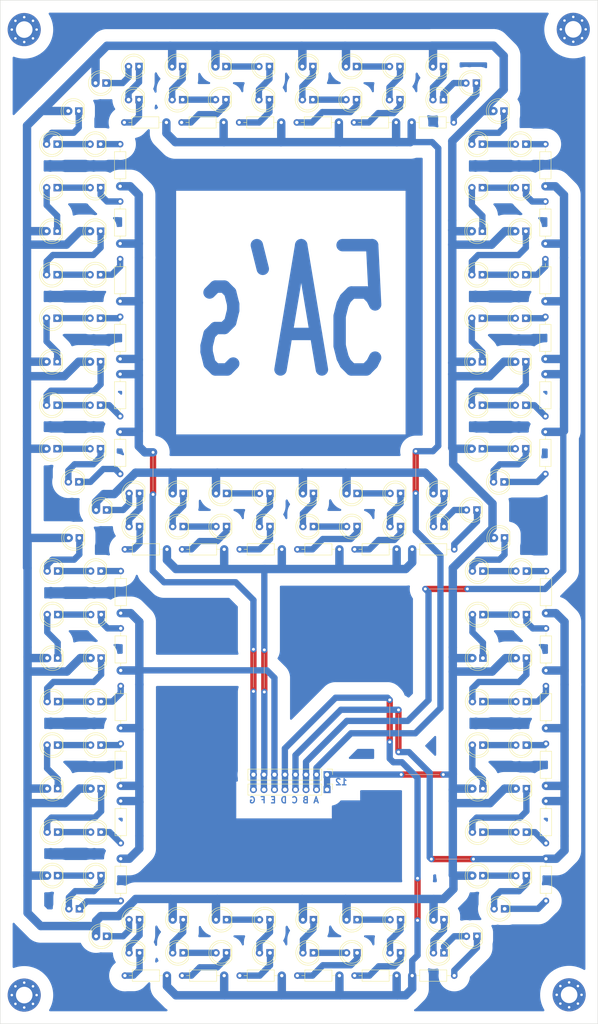
<source format=kicad_pcb>
(kicad_pcb (version 20211014) (generator pcbnew)
  (layers (0 "F.Cu" signal) (31 "B.Cu" signal) (34 "B.Paste" user) (35 "F.Paste" user) (36 "B.SilkS" user "B.Silkscreen") (37 "F.SilkS" user "F.Silkscreen") (38 "B.Mask" user) (39 "F.Mask" user) (44 "Edge.Cuts" user))
  (net 0 "")
  (footprint "LED_THT:LED_D5.0mm" (layer "F.Cu") (at 407.6175 83.23 180)
    (fp_text reference "REF**" hide)
    (fp_text value "LED_D5.0mm" hide)
  )
  (footprint "LED_THT:LED_D5.0mm" (layer "F.Cu") (at 324.7725 175.47 180)
    (fp_text reference "REF**" hide)
    (fp_text value "LED_D5.0mm" hide)
  )
  (footprint "LED_THT:LED_D5.0mm" (layer "F.Cu") (at 324.655 19.95 180)
    (fp_text reference "REF**" hide)
    (fp_text value "LED_D5.0mm" hide)
  )
  (footprint "LED_THT:LED_D5.0mm" (layer "F.Cu") (at 324.7875 154.47 180)
    (fp_text reference "REF**" hide)
    (fp_text value "LED_D5.0mm" hide)
  )
  (footprint "LED_THT:LED_D5.0mm" (layer "F.Cu") (at 418.115 194.1 180)
    (fp_text reference "REF**" hide)
    (fp_text value "LED_D5.0mm" hide)
  )
  (footprint "LED_THT:LED_D5.0mm" (layer "F.Cu") (at 426.075 190.1 180)
    (fp_text reference "REF**" hide)
    (fp_text value "LED_D5.0mm" hide)
  )
  (footprint "Resistor_THT:R_Axial_DIN0207_L6.3mm_D2.5mm_P10.16mm_Horizontal" (layer "F.Cu") (at 340.0125 129.72 -90)
    (fp_text reference "REF**" hide)
    (fp_text value "R_Axial_DIN0207_L6.3mm_D2.5mm_P10.16mm_Horizontal" hide)
  )
  (footprint "LED_THT:LED_D5.0mm" (layer "F.Cu") (at 324.655 30.45 180)
    (fp_text reference "REF**" hide)
    (fp_text value "LED_D5.0mm" hide)
  )
  (footprint "LED_THT:LED_D5.0mm" (layer "F.Cu") (at 427.39 -1.04 180)
    (fp_text reference "REF**" hide)
    (fp_text value "LED_D5.0mm" hide)
  )
  (footprint "LED_THT:LED_D5.0mm" (layer "F.Cu") (at 437.875 40.96 180)
    (fp_text reference "REF**" hide)
    (fp_text value "LED_D5.0mm" hide)
  )
  (footprint "LED_THT:LED_D5.0mm" (layer "F.Cu") (at 354.985 -19.79 180)
    (fp_text reference "REF**" hide)
    (fp_text value "LED_D5.0mm" hide)
  )
  (footprint "LED_THT:LED_D5.0mm" (layer "F.Cu") (at 407.485 -19.79 180)
    (fp_text reference "REF**" hide)
    (fp_text value "LED_D5.0mm" hide)
  )
  (footprint "LED_THT:LED_D5.0mm" (layer "F.Cu") (at 335.155 30.45 180)
    (fp_text reference "REF**" hide)
    (fp_text value "LED_D5.0mm" hide)
  )
  (footprint "LED_THT:LED_D5.0mm" (layer "F.Cu") (at 397.115 194.1 180)
    (fp_text reference "REF**" hide)
    (fp_text value "LED_D5.0mm" hide)
  )
  (footprint "LED_THT:LED_D5.0mm" (layer "F.Cu") (at 418.115 186.1 180)
    (fp_text reference "REF**" hide)
    (fp_text value "LED_D5.0mm" hide)
  )
  (footprint "Resistor_THT:R_Axial_DIN0207_L6.3mm_D2.5mm_P10.16mm_Horizontal" (layer "F.Cu") (at 442.615 40.63 -90)
    (fp_text reference "REF**" hide)
    (fp_text value "R_Axial_DIN0207_L6.3mm_D2.5mm_P10.16mm_Horizontal" hide)
  )
  (footprint "LED_THT:LED_D5.0mm" (layer "F.Cu") (at 427.5075 175.48 180)
    (fp_text reference "REF**" hide)
    (fp_text value "LED_D5.0mm" hide)
  )
  (footprint "LED_THT:LED_D5.0mm" (layer "F.Cu") (at 427.375 40.96 180)
    (fp_text reference "REF**" hide)
    (fp_text value "LED_D5.0mm" hide)
  )
  (footprint "LED_THT:LED_D5.0mm" (layer "F.Cu") (at 427.5225 164.98 180)
    (fp_text reference "REF**" hide)
    (fp_text value "LED_D5.0mm" hide)
  )
  (footprint "LED_THT:LED_D5.0mm" (layer "F.Cu") (at 329.88 -9.05 180)
    (fp_text reference "REF**" hide)
    (fp_text value "LED_D5.0mm" hide)
  )
  (footprint "LED_THT:LED_D5.0mm" (layer "F.Cu") (at 397.1175 83.23 180)
    (fp_text reference "REF**" hide)
    (fp_text value "LED_D5.0mm" hide)
  )
  (footprint "Resistor_THT:R_Axial_DIN0207_L6.3mm_D2.5mm_P10.16mm_Horizontal" (layer "F.Cu") (at 442.615 26.71 -90)
    (fp_text reference "REF**" hide)
    (fp_text value "R_Axial_DIN0207_L6.3mm_D2.5mm_P10.16mm_Horizontal" hide)
  )
  (footprint "LED_THT:LED_D5.0mm" (layer "F.Cu") (at 375.945 -19.79 180)
    (fp_text reference "REF**" hide)
    (fp_text value "LED_D5.0mm" hide)
  )
  (footprint "Resistor_THT:R_Axial_DIN0207_L6.3mm_D2.5mm_P10.16mm_Horizontal" (layer "F.Cu") (at 442.615 68.38 -90)
    (fp_text reference "REF**" hide)
    (fp_text value "R_Axial_DIN0207_L6.3mm_D2.5mm_P10.16mm_Horizontal" hide)
  )
  (footprint "LED_THT:LED_D5.0mm" (layer "F.Cu") (at 386.445 -19.79 180)
    (fp_text reference "REF**" hide)
    (fp_text value "LED_D5.0mm" hide)
  )
  (footprint "THTJumpers:Jumper_P10.16mm_D0.7mm" (layer "F.Cu") (at 347.83 83.48 90)
    (fp_text reference "REF**" hide)
    (fp_text value "Jumper_P10.16mm_D0.7mm" hide)
  )
  (footprint "LED_THT:LED_D5.0mm" (layer "F.Cu") (at 354.985 -11.79 180)
    (fp_text reference "REF**" hide)
    (fp_text value "LED_D5.0mm" hide)
  )
  (footprint "LED_THT:LED_D5.0mm" (layer "F.Cu") (at 427.5225 122.98 180)
    (fp_text reference "REF**" hide)
    (fp_text value "LED_D5.0mm" hide)
  )
  (footprint "Resistor_THT:R_Axial_DIN0207_L6.3mm_D2.5mm_P10.16mm_Horizontal" (layer "F.Cu") (at 339.88 68.37 -90)
    (fp_text reference "REF**" hide)
    (fp_text value "R_Axial_DIN0207_L6.3mm_D2.5mm_P10.16mm_Horizontal" hide)
  )
  (footprint "LED_THT:LED_D5.0mm" (layer "F.Cu") (at 336.6 190.1 180)
    (fp_text reference "REF**" hide)
    (fp_text value "LED_D5.0mm" hide)
  )
  (footprint "Resistor_THT:R_Axial_DIN0207_L6.3mm_D2.5mm_P10.16mm_Horizontal" (layer "F.Cu") (at 340.0125 101.97 -90)
    (fp_text reference "REF**" hide)
    (fp_text value "R_Axial_DIN0207_L6.3mm_D2.5mm_P10.16mm_Horizontal" hide)
  )
  (footprint "Resistor_THT:R_Axial_DIN0207_L6.3mm_D2.5mm_P10.16mm_Horizontal" (layer "F.Cu") (at 340.0125 115.8 -90)
    (fp_text reference "REF**" hide)
    (fp_text value "R_Axial_DIN0207_L6.3mm_D2.5mm_P10.16mm_Horizontal" hide)
  )
  (footprint "LED_THT:LED_D5.0mm" (layer "F.Cu") (at 336.6025 87.23 180)
    (fp_text reference "REF**" hide)
    (fp_text value "LED_D5.0mm" hide)
  )
  (footprint "LED_THT:LED_D5.0mm" (layer "F.Cu") (at 324.7725 143.97 180)
    (fp_text reference "REF**" hide)
    (fp_text value "LED_D5.0mm" hide)
  )
  (footprint "THTJumpers:Jumper_P10.16mm_D0.7mm" (layer "F.Cu") (at 411.73 186.27 90)
    (fp_text reference "REF**" hide)
    (fp_text value "Jumper_P10.16mm_D0.7mm" hide)
  )
  (footprint "Resistor_THT:R_Axial_DIN0207_L6.3mm_D2.5mm_P10.16mm_Horizontal" (layer "F.Cu") (at 442.7475 143.65 -90)
    (fp_text reference "REF**" hide)
    (fp_text value "R_Axial_DIN0207_L6.3mm_D2.5mm_P10.16mm_Horizontal" hide)
  )
  (footprint "LED_THT:LED_D5.0mm" (layer "F.Cu") (at 386.5775 83.23 180)
    (fp_text reference "REF**" hide)
    (fp_text value "LED_D5.0mm" hide)
  )
  (footprint "LED_THT:LED_D5.0mm" (layer "F.Cu") (at 407.485 -11.79 180)
    (fp_text reference "REF**" hide)
    (fp_text value "LED_D5.0mm" hide)
  )
  (footprint "LED_THT:LED_D5.0mm" (layer "F.Cu") (at 376.075 194.1 180)
    (fp_text reference "REF**" hide)
    (fp_text value "LED_D5.0mm" hide)
  )
  (footprint "LED_THT:LED_D5.0mm" (layer "F.Cu") (at 396.985 -19.79 180)
    (fp_text reference "REF**" hide)
    (fp_text value "LED_D5.0mm" hide)
  )
  (footprint "LED_THT:LED_D5.0mm" (layer "F.Cu") (at 427.39 61.96 180)
    (fp_text reference "REF**" hide)
    (fp_text value "LED_D5.0mm" hide)
  )
  (footprint "Resistor_THT:R_Axial_DIN0207_L6.3mm_D2.5mm_P10.16mm_Horizontal" (layer "F.Cu") (at 340.0125 157.47 -90)
    (fp_text reference "REF**" hide)
    (fp_text value "R_Axial_DIN0207_L6.3mm_D2.5mm_P10.16mm_Horizontal" hide)
  )
  (footprint "LED_THT:LED_D5.0mm" (layer "F.Cu") (at 355.1175 83.23 180)
    (fp_text reference "REF**" hide)
    (fp_text value "LED_D5.0mm" hide)
  )
  (footprint "LED_THT:LED_D5.0mm" (layer "F.Cu") (at 407.615 186.1 180)
    (fp_text reference "REF**" hide)
    (fp_text value "LED_D5.0mm" hide)
  )
  (footprint "Resistor_THT:R_Axial_DIN0207_L6.3mm_D2.5mm_P10.16mm_Horizontal" (layer "F.Cu") (at 354.72 -6.29)
    (fp_text reference "REF**" hide)
    (fp_text value "R_Axial_DIN0207_L6.3mm_D2.5mm_P10.16mm_Horizontal" hide)
  )
  (footprint "Resistor_THT:R_Axial_DIN0207_L6.3mm_D2.5mm_P10.16mm_Horizontal" (layer "F.Cu") (at 396.52 199.6)
    (fp_text reference "REF**" hide)
    (fp_text value "R_Axial_DIN0207_L6.3mm_D2.5mm_P10.16mm_Horizontal" hide)
  )
  (footprint "LED_THT:LED_D5.0mm" (layer "F.Cu") (at 418.1175 83.23 180)
    (fp_text reference "REF**" hide)
    (fp_text value "LED_D5.0mm" hide)
  )
  (footprint "LED_THT:LED_D5.0mm" (layer "F.Cu") (at 324.64 40.95 180)
    (fp_text reference "REF**" hide)
    (fp_text value "LED_D5.0mm" hide)
  )
  (footprint "Resistor_THT:R_Axial_DIN0207_L6.3mm_D2.5mm_P10.16mm_Horizontal" (layer "F.Cu") (at 339.88 26.7 -90)
    (fp_text reference "REF**" hide)
    (fp_text value "R_Axial_DIN0207_L6.3mm_D2.5mm_P10.16mm_Horizontal" hide)
  )
  (footprint "LED_THT:LED_D5.0mm" (layer "F.Cu") (at 329.905 80.45 180)
    (fp_text reference "REF**" hide)
    (fp_text value "LED_D5.0mm" hide)
  )
  (footprint "LED_THT:LED_D5.0mm" (layer "F.Cu") (at 335.2875 154.47 180)
    (fp_text reference "REF**" hide)
    (fp_text value "LED_D5.0mm" hide)
  )
  (footprint "Resistor_THT:R_Axial_DIN0207_L6.3mm_D2.5mm_P10.16mm_Horizontal" (layer "F.Cu") (at 410.31 -6.29)
    (fp_text reference "REF**" hide)
    (fp_text value "R_Axial_DIN0207_L6.3mm_D2.5mm_P10.16mm_Horizontal" hide)
  )
  (footprint "LED_THT:LED_D5.0mm" (layer "F.Cu") (at 427.39 19.96 180)
    (fp_text reference "REF**" hide)
    (fp_text value "LED_D5.0mm" hide)
  )
  (footprint "LED_THT:LED_D5.0mm" (layer "F.Cu") (at 432.7725 183.48 180)
    (fp_text reference "REF**" hide)
    (fp_text value "LED_D5.0mm" hide)
  )
  (footprint "LED_THT:LED_D5.0mm" (layer "F.Cu") (at 335.155 -1.05 180)
    (fp_text reference "REF**" hide)
    (fp_text value "LED_D5.0mm" hide)
  )
  (footprint "Resistor_THT:R_Axial_DIN0207_L6.3mm_D2.5mm_P10.16mm_Horizontal" (layer "F.Cu") (at 442.615 12.79 -90)
    (fp_text reference "REF**" hide)
    (fp_text value "R_Axial_DIN0207_L6.3mm_D2.5mm_P10.16mm_Horizontal" hide)
  )
  (footprint "LED_THT:LED_D5.0mm" (layer "F.Cu") (at 427.5075 143.98 180)
    (fp_text reference "REF**" hide)
    (fp_text value "LED_D5.0mm" hide)
  )
  (footprint "LED_THT:LED_D5.0mm" (layer "F.Cu") (at 344.5775 91.23 180)
    (fp_text reference "REF**" hide)
    (fp_text value "LED_D5.0mm" hide)
  )
  (footprint "Resistor_THT:R_Axial_DIN0207_L6.3mm_D2.5mm_P10.16mm_Horizontal" (layer "F.Cu") (at 442.7475 129.73 -90)
    (fp_text reference "REF**" hide)
    (fp_text value "R_Axial_DIN0207_L6.3mm_D2.5mm_P10.16mm_Horizontal" hide)
  )
  (footprint "LED_THT:LED_D5.0mm" (layer "F.Cu") (at 437.89 -1.04 180)
    (fp_text reference "REF**" hide)
    (fp_text value "LED_D5.0mm" hide)
  )
  (footprint "Resistor_THT:R_Axial_DIN0207_L6.3mm_D2.5mm_P10.16mm_Horizontal" (layer "F.Cu") (at 354.8525 96.73)
    (fp_text reference "REF**" hide)
    (fp_text value "R_Axial_DIN0207_L6.3mm_D2.5mm_P10.16mm_Horizontal" hide)
  )
  (footprint "LED_THT:LED_D5.0mm" (layer "F.Cu") (at 324.7875 101.97 180)
    (fp_text reference "REF**" hide)
    (fp_text value "LED_D5.0mm" hide)
  )
  (footprint "LED_THT:LED_D5.0mm" (layer "F.Cu") (at 427.5225 101.98 180)
    (fp_text reference "REF**" hide)
    (fp_text value "LED_D5.0mm" hide)
  )
  (footprint "LED_THT:LED_D5.0mm" (layer "F.Cu") (at 335.155 61.95 180)
    (fp_text reference "REF**" hide)
    (fp_text value "LED_D5.0mm" hide)
  )
  (footprint "LED_THT:LED_D5.0mm" (layer "F.Cu") (at 335.2875 164.97 180)
    (fp_text reference "REF**" hide)
    (fp_text value "LED_D5.0mm" hide)
  )
  (footprint "MountingHole:MountingHole_4mm_Pad_Via" (layer "F.Cu") (at 448.35 204.24)
    (fp_text reference "REF**" hide)
    (fp_text value "MountingHole_4mm_Pad_Via" hide)
  )
  (footprint "LED_THT:LED_D5.0mm" (layer "F.Cu") (at 437.89 61.96 180)
    (fp_text reference "REF**" hide)
    (fp_text value "LED_D5.0mm" hide)
  )
  (footprint "Resistor_THT:R_Axial_DIN0207_L6.3mm_D2.5mm_P10.16mm_Horizontal" (layer "F.Cu") (at 339.88 54.45 -90)
    (fp_text reference "REF**" hide)
    (fp_text value "R_Axial_DIN0207_L6.3mm_D2.5mm_P10.16mm_Horizontal" hide)
  )
  (footprint "LED_THT:LED_D5.0mm" (layer "F.Cu") (at 386.445 -11.79 180)
    (fp_text reference "REF**" hide)
    (fp_text value "LED_D5.0mm" hide)
  )
  (footprint "LED_THT:LED_D5.0mm" (layer "F.Cu") (at 365.445 -11.79 180)
    (fp_text reference "REF**" hide)
    (fp_text value "LED_D5.0mm" hide)
  )
  (footprint "Resistor_THT:R_Axial_DIN0207_L6.3mm_D2.5mm_P10.16mm_Horizontal" (layer "F.Cu") (at 354.85 199.6)
    (fp_text reference "REF**" hide)
    (fp_text value "R_Axial_DIN0207_L6.3mm_D2.5mm_P10.16mm_Horizontal" hide)
  )
  (footprint "LED_THT:LED_D5.0mm" (layer "F.Cu") (at 335.14 40.95 180)
    (fp_text reference "REF**" hide)
    (fp_text value "LED_D5.0mm" hide)
  )
  (footprint "LED_THT:LED_D5.0mm" (layer "F.Cu") (at 335.14 72.45 180)
    (fp_text reference "REF**" hide)
    (fp_text value "LED_D5.0mm" hide)
  )
  (footprint "LED_THT:LED_D5.0mm" (layer "F.Cu") (at 418.1175 91.23 180)
    (fp_text reference "REF**" hide)
    (fp_text value "LED_D5.0mm" hide)
  )
  (footprint "LED_THT:LED_D5.0mm" (layer "F.Cu") (at 425.945 -15.79 180)
    (fp_text reference "REF**" hide)
    (fp_text value "LED_D5.0mm" hide)
  )
  (footprint "THTJumpers:Jumper_P10.16mm_D0.7mm" (layer "F.Cu") (at 405.01 143.23 90)
    (fp_text reference "REF**" hide)
    (fp_text value "Jumper_P10.16mm_D0.7mm" hide)
  )
  (footprint "Resistor_THT:R_Axial_DIN0207_L6.3mm_D2.5mm_P10.16mm_Horizontal" (layer "F.Cu") (at 368.7725 96.73)
    (fp_text reference "REF**" hide)
    (fp_text value "R_Axial_DIN0207_L6.3mm_D2.5mm_P10.16mm_Horizontal" hide)
  )
  (footprint "THTJumpers:Jumper_P10.16mm_D0.7mm" (layer "F.Cu") (at 411.29 83.21 90)
    (fp_text reference "REF**" hide)
    (fp_text value "Jumper_P10.16mm_D0.7mm" hide)
  )
  (footprint "Resistor_THT:R_Axial_DIN0207_L6.3mm_D2.5mm_P10.16mm_Horizontal" (layer "F.Cu") (at 410.4425 96.73)
    (fp_text reference "REF**" hide)
    (fp_text value "R_Axial_DIN0207_L6.3mm_D2.5mm_P10.16mm_Horizontal" hide)
  )
  (footprint "LED_THT:LED_D5.0mm" (layer "F.Cu") (at 397.115 186.1 180)
    (fp_text reference "REF**" hide)
    (fp_text value "LED_D5.0mm" hide)
  )
  (footprint "LED_THT:LED_D5.0mm" (layer "F.Cu") (at 335.155 19.95 180)
    (fp_text reference "REF**" hide)
    (fp_text value "LED_D5.0mm" hide)
  )
  (footprint "MountingHole:MountingHole_4mm_Pad_Via" (layer "F.Cu") (at 449.35 -28.76)
    (fp_text reference "REF**" hide)
    (fp_text value "MountingHole_4mm_Pad_Via" hide)
  )
  (footprint "Resistor_THT:R_Axial_DIN0207_L6.3mm_D2.5mm_P10.16mm_Horizontal" (layer "F.Cu") (at 382.6925 96.73)
    (fp_text reference "REF**" hide)
    (fp_text value "R_Axial_DIN0207_L6.3mm_D2.5mm_P10.16mm_Horizontal" hide)
  )
  (footprint "LED_THT:LED_D5.0mm" (layer "F.Cu") (at 438.0225 164.98 180)
    (fp_text reference "REF**" hide)
    (fp_text value "LED_D5.0mm" hide)
  )
  (footprint "MountingHole:MountingHole_4mm_Pad_Via" (layer "F.Cu") (at 316.7 -28.7)
    (fp_text reference "REF**" hide)
    (fp_text value "MountingHole_4mm_Pad_Via" hide)
  )
  (footprint "Resistor_THT:R_Axial_DIN0207_L6.3mm_D2.5mm_P10.16mm_Horizontal" (layer "F.Cu") (at 339.88 40.62 -90)
    (fp_text reference "REF**" hide)
    (fp_text value "R_Axial_DIN0207_L6.3mm_D2.5mm_P10.16mm_Horizontal" hide)
  )
  (footprint "Resistor_THT:R_Axial_DIN0207_L6.3mm_D2.5mm_P10.16mm_Horizontal" (layer "F.Cu") (at 339.88 12.78 -90)
    (fp_text reference "REF**" hide)
    (fp_text value "R_Axial_DIN0207_L6.3mm_D2.5mm_P10.16mm_Horizontal" hide)
  )
  (footprint "LED_THT:LED_D5.0mm" (layer "F.Cu") (at 376.075 186.1 180)
    (fp_text reference "REF**" hide)
    (fp_text value "LED_D5.0mm" hide)
  )
  (footprint "LED_THT:LED_D5.0mm" (layer "F.Cu") (at 438.0225 122.98 180)
    (fp_text reference "REF**" hide)
    (fp_text value "LED_D5.0mm" hide)
  )
  (footprint "Resistor_THT:R_Axial_DIN0207_L6.3mm_D2.5mm_P10.16mm_Horizontal" (layer "F.Cu") (at 442.615 -1.04 -90)
    (fp_text reference "REF**" hide)
    (fp_text value "R_Axial_DIN0207_L6.3mm_D2.5mm_P10.16mm_Horizontal" hide)
  )
  (footprint "Resistor_THT:R_Axial_DIN0207_L6.3mm_D2.5mm_P10.16mm_Horizontal" (layer "F.Cu") (at 341.02 199.6)
    (fp_text reference "REF**" hide)
    (fp_text value "R_Axial_DIN0207_L6.3mm_D2.5mm_P10.16mm_Horizontal" hide)
  )
  (footprint "LED_THT:LED_D5.0mm" (layer "F.Cu") (at 437.89 19.96 180)
    (fp_text reference "REF**" hide)
    (fp_text value "LED_D5.0mm" hide)
  )
  (footprint "Resistor_THT:R_Axial_DIN0207_L6.3mm_D2.5mm_P10.16mm_Horizontal" (layer "F.Cu") (at 382.56 -6.29)
    (fp_text reference "REF**" hide)
    (fp_text value "R_Axial_DIN0207_L6.3mm_D2.5mm_P10.16mm_Horizontal" hide)
  )
  (footprint "LED_THT:LED_D5.0mm" (layer "F.Cu") (at 335.2875 101.97 180)
    (fp_text reference "REF**" hide)
    (fp_text value "LED_D5.0mm" hide)
  )
  (footprint "LED_THT:LED_D5.0mm" (layer "F.Cu") (at 324.655 51.45 180)
    (fp_text reference "REF**" hide)
    (fp_text value "LED_D5.0mm" hide)
  )
  (footprint "LED_THT:LED_D5.0mm" (layer "F.Cu") (at 376.0775 83.23 180)
    (fp_text reference "REF**" hide)
    (fp_text value "LED_D5.0mm" hide)
  )
  (footprint "Resistor_THT:R_Axial_DIN0207_L6.3mm_D2.5mm_P10.16mm_Horizontal" (layer "F.Cu") (at 442.7475 101.98 -90)
    (fp_text reference "REF**" hide)
    (fp_text value "R_Axial_DIN0207_L6.3mm_D2.5mm_P10.16mm_Horizontal" hide)
  )
  (footprint "LED_THT:LED_D5.0mm" (layer "F.Cu") (at 426.0775 87.23 180)
    (fp_text reference "REF**" hide)
    (fp_text value "LED_D5.0mm" hide)
  )
  (footprint "LED_THT:LED_D5.0mm" (layer "F.Cu") (at 427.5225 133.48 180)
    (fp_text reference "REF**" hide)
    (fp_text value "LED_D5.0mm" hide)
  )
  (footprint "LED_THT:LED_D5.0mm" (layer "F.Cu") (at 437.875 72.46 180)
    (fp_text reference "REF**" hide)
    (fp_text value "LED_D5.0mm" hide)
  )
  (footprint "THTJumpers:Jumper_P10.16mm_D0.7mm" (layer "F.Cu") (at 423.76 106.29 180)
    (fp_text reference "REF**" hide)
    (fp_text value "Jumper_P10.16mm_D0.7mm" hide)
  )
  (footprint "LED_THT:LED_D5.0mm" (layer "F.Cu") (at 335.2875 122.97 180)
    (fp_text reference "REF**" hide)
    (fp_text value "LED_D5.0mm" hide)
  )
  (footprint "LED_THT:LED_D5.0mm" (layer "F.Cu") (at 437.89 30.46 180)
    (fp_text reference "REF**" hide)
    (fp_text value "LED_D5.0mm" hide)
  )
  (footprint "MountingHole:MountingHole_4mm_Pad_Via" (layer "F.Cu") (at 316.7 204.3)
    (fp_text reference "REF**" hide)
    (fp_text value "MountingHole_4mm_Pad_Via" hide)
  )
  (footprint "LED_THT:LED_D5.0mm" (layer "F.Cu") (at 438.0075 175.48 180)
    (fp_text reference "REF**" hide)
    (fp_text value "LED_D5.0mm" hide)
  )
  (footprint "LED_THT:LED_D5.0mm" (layer "F.Cu") (at 427.39 51.46 180)
    (fp_text reference "REF**" hide)
    (fp_text value "LED_D5.0mm" hide)
  )
  (footprint "LED_THT:LED_D5.0mm" (layer "F.Cu") (at 365.5775 91.23 180)
    (fp_text reference "REF**" hide)
    (fp_text value "LED_D5.0mm" hide)
  )
  (footprint "LED_THT:LED_D5.0mm" (layer "F.Cu") (at 438.0225 154.48 180)
    (fp_text reference "REF**" hide)
    (fp_text value "LED_D5.0mm" hide)
  )
  (footprint "LED_THT:LED_D5.0mm" (layer "F.Cu") (at 355.115 194.1 180)
    (fp_text reference "REF**" hide)
    (fp_text value "LED_D5.0mm" hide)
  )
  (footprint "LED_THT:LED_D5.0mm" (layer "F.Cu") (at 427.39 30.46 180)
    (fp_text reference "REF**" hide)
    (fp_text value "LED_D5.0mm" hide)
  )
  (footprint "Resistor_THT:R_Axial_DIN0207_L6.3mm_D2.5mm_P10.16mm_Horizontal" (layer "F.Cu") (at 382.69 199.6)
    (fp_text reference "REF**" hide)
    (fp_text value "R_Axial_DIN0207_L6.3mm_D2.5mm_P10.16mm_Horizontal" hide)
  )
  (footprint "LED_THT:LED_D5.0mm" (layer "F.Cu") (at 407.615 194.1 180)
    (fp_text reference "REF**" hide)
    (fp_text value "LED_D5.0mm" hide)
  )
  (footprint "Resistor_THT:R_Axial_DIN0207_L6.3mm_D2.5mm_P10.16mm_Horizontal" (layer "F.Cu") (at 410.44 199.6)
    (fp_text reference "REF**" hide)
    (fp_text value "R_Axial_DIN0207_L6.3mm_D2.5mm_P10.16mm_Horizontal" hide)
  )
  (footprint "Connector_PinHeader_2.54mm:PinHeader_1x08_P2.54mm_Vertical" (layer "F.Cu") (at 389.865 154.71 -90)
    (fp_text reference "REF**" hide)
    (fp_text value "PinHeader_1x08_P2.54mm_Vertical" hide)
  )
  (footprint "Resistor_THT:R_Axial_DIN0207_L6.3mm_D2.5mm_P10.16mm_Horizontal" (layer "F.Cu") (at 396.39 -6.29)
    (fp_text reference "REF**" hide)
    (fp_text value "R_Axial_DIN0207_L6.3mm_D2.5mm_P10.16mm_Horizontal" hide)
  )
  (footprint "LED_THT:LED_D5.0mm" (layer "F.Cu") (at 335.2875 133.47 180)
    (fp_text reference "REF**" hide)
    (fp_text value "LED_D5.0mm" hide)
  )
  (footprint "Resistor_THT:R_Axial_DIN0207_L6.3mm_D2.5mm_P10.16mm_Horizontal" (layer "F.Cu") (at 442.7475 115.81 -90)
    (fp_text reference "REF**" hide)
    (fp_text value "R_Axial_DIN0207_L6.3mm_D2.5mm_P10.16mm_Horizontal" hide)
  )
  (footprint "THTJumpers:Jumper_P10.16mm_D0.7mm" (layer "F.Cu") (at 425.23 171.48 180)
    (fp_text reference "REF**" hide)
    (fp_text value "Jumper_P10.16mm_D0.7mm" hide)
  )
  (footprint "Resistor_THT:R_Axial_DIN0207_L6.3mm_D2.5mm_P10.16mm_Horizontal" (layer "F.Cu") (at 442.7475 157.48 -90)
    (fp_text reference "REF**" hide)
    (fp_text value "R_Axial_DIN0207_L6.3mm_D2.5mm_P10.16mm_Horizontal" hide)
  )
  (footprint "Resistor_THT:R_Axial_DIN0207_L6.3mm_D2.5mm_P10.16mm_Horizontal" (layer "F.Cu") (at 442.7475 171.4 -90)
    (fp_text reference "REF**" hide)
    (fp_text value "R_Axial_DIN0207_L6.3mm_D2.5mm_P10.16mm_Horizontal" hide)
  )
  (footprint "LED_THT:LED_D5.0mm" (layer "F.Cu") (at 432.7475 93.98 180)
    (fp_text reference "REF**" hide)
    (fp_text value "LED_D5.0mm" hide)
  )
  (footprint "LED_THT:LED_D5.0mm" (layer "F.Cu") (at 344.445 -11.79 180)
    (fp_text reference "REF**" hide)
    (fp_text value "LED_D5.0mm" hide)
  )
  (footprint "LED_THT:LED_D5.0mm" (layer "F.Cu") (at 324.7875 164.97 180)
    (fp_text reference "REF**" hide)
    (fp_text value "LED_D5.0mm" hide)
  )
  (footprint "Connector_PinHeader_2.54mm:PinHeader_1x08_P2.54mm_Vertical" (layer "F.Cu") (at 389.86 151.1 -90)
    (fp_text reference "REF**" hide)
    (fp_text value "PinHeader_1x08_P2.54mm_Vertical" hide)
  )
  (footprint "THTJumpers:Jumper_P10.16mm_D0.7mm" (layer "F.Cu") (at 407.13 145.64 90)
    (fp_text reference "REF**" hide)
    (fp_text value "Jumper_P10.16mm_D0.7mm" hide)
  )
  (footprint "LED_THT:LED_D5.0mm" (layer "F.Cu") (at 438.0225 101.98 180)
    (fp_text reference "REF**" hide)
    (fp_text value "LED_D5.0mm" hide)
  )
  (footprint "LED_THT:LED_D5.0mm" (layer "F.Cu") (at 344.575 186.1 180)
    (fp_text reference "REF**" hide)
    (fp_text value "LED_D5.0mm" hide)
  )
  (footprint "Resistor_THT:R_Axial_DIN0207_L6.3mm_D2.5mm_P10.16mm_Horizontal" (layer "F.Cu") (at 368.77 199.6)
    (fp_text reference "REF**" hide)
    (fp_text value "R_Axial_DIN0207_L6.3mm_D2.5mm_P10.16mm_Horizontal" hide)
  )
  (footprint "LED_THT:LED_D5.0mm" (layer "F.Cu") (at 438.0075 143.98 180)
    (fp_text reference "REF**" hide)
    (fp_text value "LED_D5.0mm" hide)
  )
  (footprint "LED_THT:LED_D5.0mm" (layer "F.Cu") (at 324.7875 122.97 180)
    (fp_text reference "REF**" hide)
    (fp_text value "LED_D5.0mm" hide)
  )
  (footprint "Resistor_THT:R_Axial_DIN0207_L6.3mm_D2.5mm_P10.16mm_Horizontal" (layer "F.Cu") (at 339.88 -1.05 -90)
    (fp_text reference "REF**" hide)
    (fp_text value "R_Axial_DIN0207_L6.3mm_D2.5mm_P10.16mm_Horizontal" hide)
  )
  (footprint "LED_THT:LED_D5.0mm" (layer "F.Cu") (at 427.5225 154.48 180)
    (fp_text reference "REF**" hide)
    (fp_text value "LED_D5.0mm" hide)
  )
  (footprint "LED_THT:LED_D5.0mm" (layer "F.Cu") (at 335.2725 143.97 180)
    (fp_text reference "REF**" hide)
    (fp_text value "LED_D5.0mm" hide)
  )
  (footprint "LED_THT:LED_D5.0mm" (layer "F.Cu") (at 365.5775 83.23 180)
    (fp_text reference "REF**" hide)
    (fp_text value "LED_D5.0mm" hide)
  )
  (footprint "LED_THT:LED_D5.0mm" (layer "F.Cu") (at 344.5775 83.23 180)
    (fp_text reference "REF**" hide)
    (fp_text value "LED_D5.0mm" hide)
  )
  (footprint "LED_THT:LED_D5.0mm" (layer "F.Cu") (at 324.64 72.45 180)
    (fp_text reference "REF**" hide)
    (fp_text value "LED_D5.0mm" hide)
  )
  (footprint "LED_THT:LED_D5.0mm" (layer "F.Cu") (at 335.2725 175.47 180)
    (fp_text reference "REF**" hide)
    (fp_text value "LED_D5.0mm" hide)
  )
  (footprint "LED_THT:LED_D5.0mm" (layer "F.Cu") (at 386.5775 91.23 180)
    (fp_text reference "REF**" hide)
    (fp_text value "LED_D5.0mm" hide)
  )
  (footprint "LED_THT:LED_D5.0mm" (layer "F.Cu") (at 335.17 9.45 180)
    (fp_text reference "REF**" hide)
    (fp_text value "LED_D5.0mm" hide)
  )
  (footprint "LED_THT:LED_D5.0mm" (layer "F.Cu") (at 438.0225 133.48 180)
    (fp_text reference "REF**" hide)
    (fp_text value "LED_D5.0mm" hide)
  )
  (footprint "LED_THT:LED_D5.0mm" (layer "F.Cu") (at 396.985 -11.79 180)
    (fp_text reference "REF**" hide)
    (fp_text value "LED_D5.0mm" hide)
  )
  (footprint "LED_THT:LED_D5.0mm" (layer "F.Cu") (at 386.575 186.1 180)
    (fp_text reference "REF**" hide)
    (fp_text value "LED_D5.0mm" hide)
  )
  (footprint "LED_THT:LED_D5.0mm" (layer "F.Cu") (at 335.3025 112.47 180)
    (fp_text reference "REF**" hide)
    (fp_text value "LED_D5.0mm" hide)
  )
  (footprint "Resistor_THT:R_Axial_DIN0207_L6.3mm_D2.5mm_P10.16mm_Horizontal" (layer "F.Cu") (at 442.615 54.46 -90)
    (fp_text reference "REF**" hide)
    (fp_text value "R_Axial_DIN0207_L6.3mm_D2.5mm_P10.16mm_Horizontal" hide)
  )
  (footprint "THTJumpers:Jumper_P10.16mm_D0.7mm" (layer "F.Cu") (at 372.08 131.01 90)
    (fp_text reference "REF**" hide)
    (fp_text value "Jumper_P10.16mm_D0.7mm" hide)
  )
  (footprint "LED_THT:LED_D5.0mm" (layer "F.Cu") (at 407.6175 91.23 180)
    (fp_text reference "REF**" hide)
    (fp_text value "LED_D5.0mm" hide)
  )
  (footprint "LED_THT:LED_D5.0mm" (layer "F.Cu") (at 427.375 72.46 180)
    (fp_text reference "REF**" hide)
    (fp_text value "LED_D5.0mm" hide)
  )
  (footprint "LED_THT:LED_D5.0mm" (layer "F.Cu") (at 324.8025 112.47 180)
    (fp_text reference "REF**" hide)
    (fp_text value "LED_D5.0mm" hide)
  )
  (footprint "LED_THT:LED_D5.0mm" (layer "F.Cu") (at 335.155 51.45 180)
    (fp_text reference "REF**" hide)
    (fp_text value "LED_D5.0mm" hide)
  )
  (footprint "LED_THT:LED_D5.0mm" (layer "F.Cu") (at 324.655 -1.05 180)
    (fp_text reference "REF**" hide)
    (fp_text value "LED_D5.0mm" hide)
  )
  (footprint "Resistor_THT:R_Axial_DIN0207_L6.3mm_D2.5mm_P10.16mm_Horizontal" (layer "F.Cu") (at 340.89 -6.29)
    (fp_text reference "REF**" hide)
    (fp_text value "R_Axial_DIN0207_L6.3mm_D2.5mm_P10.16mm_Horizontal" hide)
  )
  (footprint "LED_THT:LED_D5.0mm" (layer "F.Cu") (at 417.985 -19.79 180)
    (fp_text reference "REF**" hide)
    (fp_text value "LED_D5.0mm" hide)
  )
  (footprint "LED_THT:LED_D5.0mm" (layer "F.Cu") (at 437.89 51.46 180)
    (fp_text reference "REF**" hide)
    (fp_text value "LED_D5.0mm" hide)
  )
  (footprint "Resistor_THT:R_Axial_DIN0207_L6.3mm_D2.5mm_P10.16mm_Horizontal" (layer "F.Cu") (at 396.5225 96.73)
    (fp_text reference "REF**" hide)
    (fp_text value "R_Axial_DIN0207_L6.3mm_D2.5mm_P10.16mm_Horizontal" hide)
  )
  (footprint "LED_THT:LED_D5.0mm" (layer "F.Cu") (at 432.615 -9.04 180)
    (fp_text reference "REF**" hide)
    (fp_text value "LED_D5.0mm" hide)
  )
  (footprint "Resistor_THT:R_Axial_DIN0207_L6.3mm_D2.5mm_P10.16mm_Horizontal" (layer "F.Cu") (at 341.0225 96.73)
    (fp_text reference "REF**" hide)
    (fp_text value "R_Axial_DIN0207_L6.3mm_D2.5mm_P10.16mm_Horizontal" hide)
  )
  (footprint "LED_THT:LED_D5.0mm" (layer "F.Cu") (at 386.575 194.1 180)
    (fp_text reference "REF**" hide)
    (fp_text value "LED_D5.0mm" hide)
  )
  (footprint "LED_THT:LED_D5.0mm" (layer "F.Cu") (at 438.0375 112.48 180)
    (fp_text reference "REF**" hide)
    (fp_text value "LED_D5.0mm" hide)
  )
  (footprint "LED_THT:LED_D5.0mm" (layer "F.Cu") (at 330.0375 183.47 180)
    (fp_text reference "REF**" hide)
    (fp_text value "LED_D5.0mm" hide)
  )
  (footprint "LED_THT:LED_D5.0mm" (layer "F.Cu") (at 336.47 -15.79 180)
    (fp_text reference "REF**" hide)
    (fp_text value "LED_D5.0mm" hide)
  )
  (footprint "LED_THT:LED_D5.0mm" (layer "F.Cu") (at 397.1175 91.23 180)
    (fp_text reference "REF**" hide)
    (fp_text value "LED_D5.0mm" hide)
  )
  (footprint "LED_THT:LED_D5.0mm" (layer "F.Cu") (at 365.575 194.1 180)
    (fp_text reference "REF**" hide)
    (fp_text value "LED_D5.0mm" hide)
  )
  (footprint "LED_THT:LED_D5.0mm" (layer "F.Cu") (at 330.0125 93.97 180)
    (fp_text reference "REF**" hide)
    (fp_text value "LED_D5.0mm" hide)
  )
  (footprint "LED_THT:LED_D5.0mm" (layer "F.Cu") (at 375.945 -11.79 180)
    (fp_text reference "REF**" hide)
    (fp_text value "LED_D5.0mm" hide)
  )
  (footprint "Resistor_THT:R_Axial_DIN0207_L6.3mm_D2.5mm_P10.16mm_Horizontal" (layer "F.Cu") (at 340.0125 171.39 -90)
    (fp_text reference "REF**" hide)
    (fp_text value "R_Axial_DIN0207_L6.3mm_D2.5mm_P10.16mm_Horizontal" hide)
  )
  (footprint "LED_THT:LED_D5.0mm" (layer "F.Cu") (at 365.445 -19.79 180)
    (fp_text reference "REF**" hide)
    (fp_text value "LED_D5.0mm" hide)
  )
  (footprint "LED_THT:LED_D5.0mm" (layer "F.Cu") (at 365.575 186.1 180)
    (fp_text reference "REF**" hide)
    (fp_text value "LED_D5.0mm" hide)
  )
  (footprint "Resistor_THT:R_Axial_DIN0207_L6.3mm_D2.5mm_P10.16mm_Horizontal" (layer "F.Cu") (at 340.0125 143.64 -90)
    (fp_text reference "REF**" hide)
    (fp_text value "R_Axial_DIN0207_L6.3mm_D2.5mm_P10.16mm_Horizontal" hide)
  )
  (footprint "LED_THT:LED_D5.0mm" (layer "F.Cu") (at 437.905 9.46 180)
    (fp_text reference "REF**" hide)
    (fp_text value "LED_D5.0mm" hide)
  )
  (footprint "LED_THT:LED_D5.0mm" (layer "F.Cu") (at 427.405 9.46 180)
    (fp_text reference "REF**" hide)
    (fp_text value "LED_D5.0mm" hide)
  )
  (footprint "Resistor_THT:R_Axial_DIN0207_L6.3mm_D2.5mm_P10.16mm_Horizontal" (layer "F.Cu") (at 368.64 -6.29)
    (fp_text reference "REF**" hide)
    (fp_text value "R_Axial_DIN0207_L6.3mm_D2.5mm_P10.16mm_Horizontal" hide)
  )
  (footprint "LED_THT:LED_D5.0mm" (layer "F.Cu") (at 324.655 61.95 180)
    (fp_text reference "REF**" hide)
    (fp_text value "LED_D5.0mm" hide)
  )
  (footprint "LED_THT:LED_D5.0mm" (layer "F.Cu") (at 355.1175 91.23 180)
    (fp_text reference "REF**" hide)
    (fp_text value "LED_D5.0mm" hide)
  )
  (footprint "LED_THT:LED_D5.0mm" (layer "F.Cu") (at 324.7875 133.47 180)
    (fp_text reference "REF**" hide)
    (fp_text value "LED_D5.0mm" hide)
  )
  (footprint "LED_THT:LED_D5.0mm" (layer "F.Cu") (at 344.445 -19.79 180)
    (fp_text reference "REF**" hide)
    (fp_text value "LED_D5.0mm" hide)
  )
  (footprint "LED_THT:LED_D5.0mm" (layer "F.Cu") (at 427.5375 112.48 180)
    (fp_text reference "REF**" hide)
    (fp_text value "LED_D5.0mm" hide)
  )
  (footprint "LED_THT:LED_D5.0mm" (layer "F.Cu") (at 376.0775 91.23 180)
    (fp_text reference "REF**" hide)
    (fp_text value "LED_D5.0mm" hide)
  )
  (footprint "LED_THT:LED_D5.0mm" (layer "F.Cu") (at 432.64 80.46 180)
    (fp_text reference "REF**" hide)
    (fp_text value "LED_D5.0mm" hide)
  )
  (footprint "LED_THT:LED_D5.0mm" (layer "F.Cu") (at 355.115 186.1 180)
    (fp_text reference "REF**" hide)
    (fp_text value "LED_D5.0mm" hide)
  )
  (footprint "LED_THT:LED_D5.0mm" (layer "F.Cu") (at 324.67 9.45 180)
    (fp_text reference "REF**" hide)
    (fp_text value "LED_D5.0mm" hide)
  )
  (footprint "LED_THT:LED_D5.0mm" (layer "F.Cu") (at 417.985 -11.79 180)
    (fp_text reference "REF**" hide)
    (fp_text value "LED_D5.0mm" hide)
  )
  (footprint "LED_THT:LED_D5.0mm" (layer "F.Cu") (at 344.575 194.1 180)
    (fp_text reference "REF**" hide)
    (fp_text value "LED_D5.0mm" hide)
  )
  (footprint "THTJumpers:Jumper_P10.16mm_D0.7mm" (layer "F.Cu") (at 374.71 131.15 90)
    (fp_text reference "REF**" hide)
    (fp_text value "Jumper_P10.16mm_D0.7mm" hide)
  )
  (footprint "THTJumpers:Jumper_P10.16mm_D0.7mm" (layer "F.Cu") (at 417.94 151.08 180)
    (fp_text reference "REF**" hide)
    (fp_text value "Jumper_P10.16mm_D0.7mm" hide)
  )
  (gr_rect (start 455.28 -35.79) (end 310.9 211.21) (layer "Edge.Cuts") (width 0.1) (fill none))
  (gr_text "12" (at 393.2775 152.88) (layer "B.Cu") (effects (font (size 1.5 1.5) (thickness 0.3)) (justify mirror)))
  (gr_text "5A's" (at 381.12 39.6) (layer "B.Cu") (effects (font (size 30 15) (thickness 3)) (justify mirror)))
  (gr_text "A B C D E F G" (at 379.4775 157.23) (layer "B.Cu") (effects (font (size 1.5 1.5) (thickness 0.3)) (justify mirror)))
  (segment (start 407.78 151.08) (end 417.94 151.08) (width 1.524) (layer "F.Cu") (net 0))
  (segment (start 407.13 145.64) (end 407.11 145.62) (width 1.524) (layer "F.Cu") (net 0))
  (segment (start 405.01 143.23) (end 405.01 133.07) (width 1.524) (layer "F.Cu") (net 0))
  (segment (start 415.07 171.48) (end 425.23 171.48) (width 1.524) (layer "F.Cu") (net 0))
  (segment (start 407.11 145.62) (end 407.11 135.5) (width 1.524) (layer "F.Cu") (net 0))
  (segment (start 411.29 83.21) (end 411.29 73.05) (width 1.524) (layer "F.Cu") (net 0))
  (segment (start 407.11 135.5) (end 407.13 135.48) (width 1.524) (layer "F.Cu") (net 0))
  (segment (start 372.08 131.01) (end 372.08 120.85) (width 1.524) (layer "F.Cu") (net 0))
  (segment (start 423.76 106.29) (end 413.6 106.29) (width 1.524) (layer "F.Cu") (net 0))
  (segment (start 347.83 83.48) (end 347.83 73.32) (width 1.524) (layer "F.Cu") (net 0))
  (segment (start 374.71 131.15) (end 374.71 120.99) (width 1.524) (layer "F.Cu") (net 0))
  (segment (start 411.73 186.27) (end 411.73 176.11) (width 1.524) (layer "F.Cu") (net 0))
  (segment (start 363.3525 78.23) (end 383.8525 78.23) (width 2.032) (layer "B.Cu") (net 0))
  (segment (start 420.115 23.21) (end 420.115 51.71) (width 2.032) (layer "B.Cu") (net 0))
  (segment (start 352.445 -19.79) (end 352.445 -24.315) (width 2.032) (layer "B.Cu") (net 0))
  (segment (start 324.655 -1.05) (end 332.615 -1.05) (width 1.524) (layer "B.Cu") (net 0))
  (segment (start 426.0775 87.23) (end 426.0775 90.005) (width 1.524) (layer "B.Cu") (net 0))
  (segment (start 388.72 -8.79) (end 386.22 -6.29) (width 1.524) (layer "B.Cu") (net 0))
  (segment (start 339.6825 143.97) (end 340.0125 143.64) (width 1.524) (layer "B.Cu") (net 0))
  (segment (start 429.115 54.96) (end 420.615 54.96) (width 2.032) (layer "B.Cu") (net 0))
  (segment (start 427.375 72.46) (end 435.335 72.46) (width 1.524) (layer "B.Cu") (net 0))
  (segment (start 393.21 135.44) (end 382.24 146.41) (width 1.524) (layer "B.Cu") (net 0))
  (segment (start 322.115 27.215) (end 323.63 25.7) (width 1.524) (layer "B.Cu") (net 0))
  (segment (start 335.155 61.95) (end 337.22 61.95) (width 1.524) (layer "B.Cu") (net 0))
  (segment (start 424.85 59.475) (end 424.85 61.96) (width 1.524) (layer "B.Cu") (net 0))
  (segment (start 447.0775 153.81) (end 447.2475 153.98) (width 2.032) (layer "B.Cu") (net 0))
  (segment (start 318.0125 157.97) (end 317.5125 157.47) (width 2.032) (layer "B.Cu") (net 0))
  (segment (start 363.22 -24.79) (end 383.72 -24.79) (width 2.032) (layer "B.Cu") (net 0))
  (segment (start 363.035 181.415) (end 363.35 181.1) (width 2.032) (layer "B.Cu") (net 0))
  (segment (start 317.88 54.95) (end 317.38 54.45) (width 2.032) (layer "B.Cu") (net 0))
  (segment (start 442.7475 139.89) (end 446.9075 139.89) (width 2.032) (layer "B.Cu") (net 0))
  (segment (start 333.63 58.45) (end 323.13 58.45) (width 1.524) (layer "B.Cu") (net 0))
  (segment (start 344.38 26.345) (end 344.4 26.325) (width 2.032) (layer "B.Cu") (net 0))
  (segment (start 445.025 9.12) (end 447.115 11.21) (width 2.032) (layer "B.Cu") (net 0))
  (segment (start 332.615 30.45) (end 324.655 30.45) (width 1.524) (layer "B.Cu") (net 0))
  (segment (start 329.0125 179.22) (end 327.4975 180.735) (width 1.524) (layer "B.Cu") (net 0))
  (segment (start 344.5325 125.93) (end 344.5025 125.96) (width 1.524) (layer "B.Cu") (net 0))
  (segment (start 335.2875 133.47) (end 338.0125 133.47) (width 1.524) (layer "B.Cu") (net 0))
  (segment (start 445.1575 112.14) (end 447.2475 114.23) (width 2.032) (layer "B.Cu") (net 0))
  (segment (start 351.05 -3.71) (end 353.22 -1.54) (width 2.032) (layer "B.Cu") (net 0))
  (segment (start 343.64 181.1) (end 352.1 181.1) (width 2.032) (layer "B.Cu") (net 0))
  (segment (start 418 181.1) (end 415.6 181.1) (width 2.032) (layer "B.Cu") (net 0))
  (segment (start 436.4975 161.48) (end 425.9975 161.48) (width 1.524) (layer "B.Cu") (net 0))
  (segment (start 344.575 194.1) (end 344.575 198.125) (width 1.524) (layer "B.Cu") (net 0))
  (segment (start 344.5775 83.23) (end 344.5775 87.005) (width 1.524) (layer "B.Cu") (net 0))
  (segment (start 435.35 51.46) (end 432.615 51.46) (width 2.032) (layer "B.Cu") (net 0))
  (segment (start 343.1025 96.73) (end 341.0225 96.73) (width 1.524) (layer "B.Cu") (net 0))
  (segment (start 317.5125 126.22) (end 317.5125 154.72) (width 2.032) (layer "B.Cu") (net 0))
  (segment (start 435.4825 122.98) (end 432.9975 122.98) (width 2.032) (layer "B.Cu") (net 0))
  (segment (start 394.445 -19.79) (end 394.445 -24.565) (width 2.032) (layer "B.Cu") (net 0))
  (segment (start 394.5775 78.455) (end 394.3525 78.23) (width 2.032) (layer "B.Cu") (net 0))
  (segment (start 414.67 150.67) (end 409.66 145.66) (width 1.524) (layer "B.Cu") (net 0))
  (segment (start 339.88 22.94) (end 344.37 22.94) (width 2.032) (layer "B.Cu") (net 0))
  (segment (start 332.615 19.95) (end 330.13 19.95) (width 2.032) (layer "B.Cu") (net 0))
  (segment (start 365.445 -11.79) (end 365.445 -10.515) (width 1.524) (layer "B.Cu") (net 0))
  (segment (start 405.075 191.125) (end 405.075 194.1) (width 1.524) (layer "B.Cu") (net 0))
  (segment (start 407.615 195.835) (end 406.1 197.35) (width 1.524) (layer "B.Cu") (net 0))
  (segment (start 383.72 -24.79) (end 394.22 -24.79) (width 2.032) (layer "B.Cu") (net 0))
  (segment (start 447.2475 140.23) (end 447.2475 153.98) (width 2.032) (layer "B.Cu") (net 0))
  (segment (start 317.38 69.95) (end 317.38 72.22) (width 2.032) (layer "B.Cu") (net 0))
  (segment (start 376.0775 91.23) (end 376.0775 94.255) (width 1.524) (layer "B.Cu") (net 0))
  (segment (start 392.8525 101.23) (end 393.1025 101.48) (width 2.032) (layer "B.Cu") (net 0))
  (segment (start 393.1025 101.48) (end 406.8525 101.48) (width 2.032) (layer "B.Cu") (net 0))
  (segment (start 375.34 125.93) (end 344.5325 125.93) (width 1.524) (layer "B.Cu") (net 0))
  (segment (start 326.5125 157.97) (end 318.0125 157.97) (width 2.032) (layer "B.Cu") (net 0))
  (segment (start 428.8525 93.98) (end 427.4975 93.98) (width 2.032) (layer "B.Cu") (net 0))
  (segment (start 383.905 -24.605) (end 383.72 -24.79) (width 2.032) (layer "B.Cu") (net 0))
  (segment (start 406.55 -6.29) (end 406.55 -1.71) (width 2.032) (layer "B.Cu") (net 0))
  (segment (start 415.6025 80.26) (end 415.6025 83.205) (width 2.032) (layer "B.Cu") (net 0))
  (segment (start 432.615 -5.04) (end 431.365 -3.79) (width 1.524) (layer "B.Cu") (net 0))
  (segment (start 355.1175 91.23) (end 363.0375 91.23) (width 1.524) (layer "B.Cu") (net 0))
  (segment (start 373.47 -6.29) (end 368.64 -6.29) (width 1.524) (layer "B.Cu") (net 0))
  (segment (start 337.22 61.95) (end 339.88 64.61) (width 1.524) (layer "B.Cu") (net 0))
  (segment (start 339.8525 139.72) (end 340.0125 139.88) (width 1.016) (layer "B.Cu") (net 0))
  (segment (start 344.445 -16.015) (end 341.905 -13.475) (width 1.524) (layer "B.Cu") (net 0))
  (segment (start 427.39 49.13) (end 427.39 51.46) (width 1.524) (layer "B.Cu") (net 0))
  (segment (start 396.985 -10.305) (end 395.47 -8.79) (width 1.524) (layer "B.Cu") (net 0))
  (segment (start 330.0125 97.97) (end 328.7625 99.22) (width 1.524) (layer "B.Cu") (net 0))
  (segment (start 373.6 199.6) (end 368.77 199.6) (width 1.524) (layer "B.Cu") (net 0))
  (segment (start 322.2625 112.47) (end 322.2625 116.72) (width 1.524) (layer "B.Cu") (net 0))
  (segment (start 431.4975 99.23) (end 426.2475 99.23) (width 1.524) (layer "B.Cu") (net 0))
  (segment (start 335.155 30.45) (end 337.88 30.45) (width 1.524) (layer "B.Cu") (net 0))
  (segment (start 430.1 77.725) (end 430.1 80.46) (width 1.524) (layer "B.Cu") (net 0))
  (segment (start 365.5775 91.23) (end 365.5775 92.505) (width 1.524) (layer "B.Cu") (net 0))
  (segment (start 374.71 101.58) (end 374.81 101.48) (width 1.524) (layer "B.Cu") (net 0))
  (segment (start 344.21 50.78) (end 344.38 50.95) (width 2.032) (layer "B.Cu") (net 0))
  (segment (start 392.97 -1.54) (end 406.72 -1.54) (width 2.032) (layer "B.Cu") (net 0))
  (segment (start 440.7475 133.48) (end 442.7475 131.48) (width 1.524) (layer "B.Cu") (net 0))
  (segment (start 424.85 19.96) (end 420.365 19.96) (width 2.032) (layer "B.Cu") (net 0))
  (segment (start 376.075 197.125) (end 373.6 199.6) (width 1.524) (layer "B.Cu") (net 0))
  (segment (start 407.78 151.08) (end 389.88 151.08) (width 1.524) (layer "B.Cu") (net 0))
  (segment (start 420.34 72.46) (end 424.835 72.46) (width 2.032) (layer "B.Cu") (net 0))
  (segment (start 402.35 197.35) (end 400.1 199.6) (width 1.524) (layer "B.Cu") (net 0))
  (segment (start 402.22 -8.54) (end 399.97 -6.29) (width 1.524) (layer "B.Cu") (net 0))
  (segment (start 429.84 91.6375) (end 427.4975 93.98) (width 2.032) (layer "B.Cu") (net 0))
  (segment (start 411.73 194.71) (end 410.44 196) (width 1.524) (layer "B.Cu") (net 0))
  (segment (start 332.7 80.45) (end 335.81 77.34) (width 1.524) (layer "B.Cu") (net 0))
  (segment (start 442.7475 157.48) (end 446.9975 157.48) (width 2.032) (layer "B.Cu") (net 0))
  (segment (start 418.1175 91.23) (end 418.1175 89.715) (width 1.524) (layer "B.Cu") (net 0))
  (segment (start 427.39 -1.04) (end 435.35 -1.04) (width 1.524) (layer "B.Cu") (net 0))
  (segment (start 351.97 -24.79) (end 363.22 -24.79) (width 2.032) (layer "B.Cu") (net 0))
  (segment (start 328.88 76.2) (end 327.365 77.715) (width 1.524) (layer "B.Cu") (net 0))
  (segment (start 352.445 -24.315) (end 351.97 -24.79) (width 2.032) (layer "B.Cu") (net 0))
  (segment (start 323.5125 99.22) (end 322.2475 100.485) (width 1.524) (layer "B.Cu") (net 0))
  (segment (start 382.24 146.41) (end 382.24 151.1) (width 1.524) (layer "B.Cu") (net 0))
  (segment (start 330.0125 154.47) (end 326.5125 157.97) (width 2.032) (layer "B.Cu") (net 0))
  (segment (start 363.35 197.6) (end 359.1 197.6) (width 1.524) (layer "B.Cu") (net 0))
  (segment (start 317.38 19.7) (end 317.38 23.2) (width 2.032) (layer "B.Cu") (net 0))
  (segment (start 405.0775 88.255) (end 405.0775 91.23) (width 1.524) (layer "B.Cu") (net 0))
  (segment (start 411.29 73.05) (end 415.44 73.05) (width 1.524) (layer "B.Cu") (net 0))
  (segment (start 342.035 192.415) (end 342.035 194.1) (width 1.524) (layer "B.Cu") (net 0))
  (segment (start 407.13 135.48) (end 407.09 135.44) (width 1.524) (layer "B.Cu") (net 0))
  (segment (start 335.2875 159.945) (end 333.7625 161.47) (width 1.524) (layer "B.Cu") (net 0))
  (segment (start 420.615 54.96) (end 420.115 54.46) (width 2.032) (layer "B.Cu") (net 0))
  (segment (start 317.61 72.45) (end 322.1 72.45) (width 2.032) (layer "B.Cu") (net 0))
  (segment (start 447.2475 129.375) (end 447.2675 129.355) (width 2.032) (layer "B.Cu") (net 0))
  (segment (start 344.445 -19.79) (end 344.445 -16.015) (width 1.524) (layer "B.Cu") (net 0))
  (segment (start 406.68 199.6) (end 406.68 204.18) (width 2.032) (layer "B.Cu") (net 0))
  (segment (start 323.7625 128.72) (end 333.5125 128.72) (width 1.524) (layer "B.Cu") (net 0))
  (segment (start 333.5125 179.22) (end 329.0125 179.22) (width 1.524) (layer "B.Cu") (net 0))
  (segment (start 377.16 151.1) (end 377.16 154.705) (width 1.524) (layer "B.Cu") (net 0))
  (segment (start 344.21 68.37) (end 339.88 68.37) (width 2.032) (layer "B.Cu") (net 0))
  (segment (start 394.575 186.1) (end 394.575 181.325) (width 2.032) (layer "B.Cu") (net 0))
  (segment (start 324.7875 101.97) (end 332.7475 101.97) (width 1.524) (layer "B.Cu") (net 0))
  (segment (start 407.15 145.66) (end 407.13 145.64) (width 1.524) (layer "B.Cu") (net 0))
  (segment (start 410.44 196) (end 410.44 199.6) (width 1.524) (layer "B.Cu") (net 0))
  (segment (start 406.1025 94.48) (end 402.3525 94.48) (width 1.524) (layer "B.Cu") (net 0))
  (segment (start 446.94 68.46) (end 446.86 68.38) (width 1.524) (layer "B.Cu") (net 0))
  (segment (start 429.615 23.21) (end 420.115 23.21) (width 2.032) (layer "B.Cu") (net 0))
  (segment (start 322.1 40.95) (end 322.1 46.565) (width 1.524) (layer "B.Cu") (net 0))
  (segment (start 340.6025 87.23) (end 342.0375 85.795) (width 1.524) (layer "B.Cu") (net 0))
  (segment (start 437.875 72.46) (end 437.875 74.45) (width 1.524) (layer "B.Cu") (net 0))
  (segment (start 334.0625 87.23) (end 334.0625 85.2675) (width 2.032) (layer "B.Cu") (net 0))
  (segment (start 323.13 58.45) (end 322.115 59.465) (width 1.524) (layer "B.Cu") (net 0))
  (segment (start 340.0125 112.13) (end 342.4225 112.13) (width 2.032) (layer "B.Cu") (net 0))
  (segment (start 426.0775 90.005) (end 420.6025 95.48) (width 1.524) (layer "B.Cu") (net 0))
  (segment (start 407.485 -10.055) (end 405.97 -8.54) (width 1.524) (layer "B.Cu") (net 0))
  (segment (start 344.5775 87.005) (end 342.0375 89.545) (width 1.524) (layer "B.Cu") (net 0))
  (segment (start 408.8525 101.48) (end 410.4425 99.89) (width 2.032) (layer "B.Cu") (net 0))
  (segment (start 362.905 -19.79) (end 362.905 -24.475) (width 2.032) (layer "B.Cu") (net 0))
  (segment (start 430.075 -9.04) (end 428.72 -9.04) (width 2.032) (layer "B.Cu") (net 0))
  (segment (start 438.0075 143.98) (end 442.4175 143.98) (width 1.524) (layer "B.Cu") (net 0))
  (segment (start 339.88 9.11) (end 342.29 9.11) (width 2.032) (layer "B.Cu") (net 0))
  (segment (start 407.485 -17.305) (end 404.945 -14.765) (width 1.524) (layer "B.Cu") (net 0))
  (segment (start 330.0375 183.47) (end 331.8175 181.69) (width 1.524) (layer "B.Cu") (net 0))
  (segment (start 336.6025 87.23) (end 340.6025 87.23) (width 1.524) (layer "B.Cu") (net 0))
  (segment (start 333.38 76.2) (end 328.88 76.2) (width 1.524) (layer "B.Cu") (net 0))
  (segment (start 374.71 131.15) (end 374.71 151.01) (width 1.524) (layer "B.Cu") (net 0))
  (segment (start 344.38 22.95) (end 344.38 26.345) (width 2.032) (layer "B.Cu") (net 0))
  (segment (start 329.88 -9.05) (end 329.88 -5.05) (width 1.524) (layer "B.Cu") (net 0))
  (segment (start 420.6 190.1) (end 423.535 190.1) (width 1.524) (layer "B.Cu") (net 0))
  (segment (start 447.115 11.21) (end 447.115 22.96) (width 2.032) (layer "B.Cu") (net 0))
  (segment (start 339.72 36.7) (end 339.88 36.86) (width 1.016) (layer "B.Cu") (net 0))
  (segment (start 442.6675 171.48) (end 442.7475 171.4) (width 1.524) (layer "B.Cu") (net 0))
  (segment (start 374.62 151.1) (end 374.62 154.705) (width 1.524) (layer "B.Cu") (net 0))
  (segment (start 353.22 -1.54) (end 364.97 -1.54) (width 2.032) (layer "B.Cu") (net 0))
  (segment (start 437.905 9.46) (end 437.905 11.25) (width 1.524) (layer "B.Cu") (net 0))
  (segment (start 375.945 -11.79) (end 375.945 -8.765) (width 1.524) (layer "B.Cu") (net 0))
  (segment (start 435.35 61.96) (end 427.39 61.96) (width 1.524) (layer "B.Cu") (net 0))
  (segment (start 418.115 188.585) (end 415.575 191.125) (width 1.524) (layer "B.Cu") (net 0))
  (segment (start 415.19 -24.82) (end 430.09 -24.82) (width 2.032) (layer "B.Cu") (net 0))
  (segment (start 447.115 37.21) (end 447.115 50.96) (width 2.032) (layer "B.Cu") (net 0))
  (segment (start 405.97 -8.54) (end 402.22 -8.54) (width 1.524) (layer "B.Cu") (net 0))
  (segment (start 420.115 54.46) (end 420.115 72.235) (width 2.032) (layer "B.Cu") (net 0))
  (segment (start 365.445 -19.79) (end 373.405 -19.79) (width 1.524) (layer "B.Cu") (net 0))
  (segment (start 335.23 185.24) (end 339.5 185.24) (width 2.032) (layer "B.Cu") (net 0))
  (segment (start 437.89 -1.04) (end 442.615 -1.04) (width 1.524) (layer "B.Cu") (net 0))
  (segment (start 324.7725 175.47) (end 332.7325 175.47) (width 1.524) (layer "B.Cu") (net 0))
  (segment (start 420.6025 95.48) (end 420.6025 96.73) (width 1.524) (layer "B.Cu") (net 0))
  (segment (start 420.365 19.96) (end 420.115 19.71) (width 2.032) (layer "B.Cu") (net 0))
  (segment (start 394.5775 83.23) (end 394.5775 78.455) (width 2.032) (layer "B.Cu") (net 0))
  (segment (start 408.85 204.35) (end 410.44 202.76) (width 2.032) (layer "B.Cu") (net 0))
  (segment (start 426.075 190.1) (end 426.075 192.875) (width 1.524) (layer "B.Cu") (net 0))
  (segment (start 344.5125 140.22) (end 344.5125 153.97) (width 2.032) (layer "B.Cu") (net 0))
  (segment (start 431.615 76.21) (end 430.1 77.725) (width 1.524) (layer "B.Cu") (net 0))
  (segment (start 344.38 50.95) (end 344.38 54.7) (width 2.032) (layer "B.Cu") (net 0))
  (segment (start 317.63 19.95) (end 317.38 19.7) (width 2.032) (layer "B.Cu") (net 0))
  (segment (start 442.52 106.29) (end 446.94 101.87) (width 1.524) (layer "B.Cu") (net 0))
  (segment (start 427.4975 93.98) (end 420.2475 101.23) (width 2.032) (layer "B.Cu") (net 0))
  (segment (start 415.16 -24.79) (end 415.19 -24.82) (width 2.032) (layer "B.Cu") (net 0))
  (segment (start 386.3525 96.73) (end 382.6925 96.73) (width 1.524) (layer "B.Cu") (net 0))
  (segment (start 322.13 9.45) (end 322.13 13.7) (width 1.524) (layer "B.Cu") (net 0))
  (segment (start 317.38 68.345) (end 317.38 69.95) (width 2.032) (layer "B.Cu") (net 0))
  (segment (start 417.94 151.08) (end 420.13 151.08) (width 1.524) (layer "B.Cu") (net 0))
  (segment (start 437.89 23.935) (end 437.89 19.96) (width 1.524) (layer "B.Cu") (net 0))
  (segment (start 373.405 -14.225) (end 373.405 -11.79) (width 1.524) (layer "B.Cu") (net 0))
  (segment (start 396.985 -11.79) (end 396.985 -10.305) (width 1.524) (layer "B.Cu") (net 0))
  (segment (start 350.48 104.67) (end 347.73 101.92) (width 1.524) (layer "B.Cu") (net 0))
  (segment (start 424.9825 130.245) (end 426.4975 128.73) (width 1.524) (layer "B.Cu") (net 0))
  (segment (start 344.5125 168.97) (end 342.0925 171.39) (width 2.032) (layer "B.Cu") (net 0))
  (segment (start 322.2475 154.47) (end 317.7625 154.47) (width 2.032) (layer "B.Cu") (net 0))
  (segment (start 415.07 171.48) (end 414.67 171.08) (width 1.524) (layer "B.Cu") (net 0))
  (segment (start 415.6025 83.205) (end 415.5775 83.23) (width 2.032) (layer "B.Cu") (net 0))
  (segment (start 378.93 199.6) (end 378.93 204.27) (width 2.032) (layer "B.Cu") (net 0))
  (segment (start 377.16 154.705) (end 377.165 154.71) (width 1.524) (layer "B.Cu") (net 0))
  (segment (start 344.38 68.2) (end 344.21 68.37) (width 2.032) (layer "B.Cu") (net 0))
  (segment (start 344.38 71.86) (end 345.84 73.32) (width 2.032) (layer "B.Cu") (net 0))
  (segment (start 386.575 186.1) (end 386.575 188.375) (width 1.524) (layer "B.Cu") (net 0))
  (segment (start 340.0125 153.8) (end 344.3425 153.8) (width 2.032) (layer "B.Cu") (net 0))
  (segment (start 383.85 181.1) (end 394.35 181.1) (width 2.032) (layer "B.Cu") (net 0))
  (segment (start 431.7475 179.23) (end 430.2325 180.745) (width 1.524) (layer "B.Cu") (net 0))
  (segment (start 397.115 186.1) (end 405.075 186.1) (width 1.524) (layer "B.Cu") (net 0))
  (segment (start 424.9975 116.73) (end 427.5225 119.255) (width 1.524) (layer "B.Cu") (net 0))
  (segment (start 392.8525 96.73) (end 392.8525 100.48) (width 2.032) (layer "B.Cu") (net 0))
  (segment (start 430.2075 93.98) (end 428.8525 93.98) (width 2.032) (layer "B.Cu") (net 0))
  (segment (start 394.3525 78.23) (end 413.5725 78.23) (width 2.032) (layer "B.Cu") (net 0))
  (segment (start 407.6175 92.965) (end 406.1025 94.48) (width 1.524) (layer "B.Cu") (net 0))
  (segment (start 420.4 175.48) (end 424.9675 175.48) (width 2.032) (layer "B.Cu") (net 0))
  (segment (start 362.905 -24.475) (end 363.22 -24.79) (width 2.032) (layer "B.Cu") (net 0))
  (segment (start 344.5025 125.96) (end 344.5125 125.97) (width 2.032) (layer "B.Cu") (net 0))
  (segment (start 324.7725 143.97) (end 332.7325 143.97) (width 1.524) (layer "B.Cu") (net 0))
  (segment (start 432.615 51.46) (end 429.115 54.96) (width 2.032) (layer "B.Cu") (net 0))
  (segment (start 347.73 101.92) (end 347.73 83.58) (width 1.524) (layer "B.Cu") (net 0))
  (segment (start 372.08 120.85) (end 372.08 108.97) (width 1.524) (layer "B.Cu") (net 0))
  (segment (start 420.2475 122.73) (end 420.2475 126.23) (width 2.032) (layer "B.Cu") (net 0))
  (segment (start 347.73 83.58) (end 347.83 83.48) (width 1.524) (layer "B.Cu") (net 0))
  (segment (start 344.38 68.2) (end 344.38 71.86) (width 2.032) (layer "B.Cu") (net 0))
  (segment (start 446.94 101.87) (end 446.94 68.46) (width 1.524) (layer "B.Cu") (net 0))
  (segment (start 317.38 54.45) (end 317.38 67.055) (width 2.032) (layer "B.Cu") (net 0))
  (segment (start 432.615 -9.04) (end 432.615 -5.04) (width 1.524) (layer "B.Cu") (net 0))
  (segment (start 427.39 16.235) (end 427.39 19.96) (width 1.524) (layer "B.Cu") (net 0))
  (segment (start 442.455 36.71) (end 442.615 36.87) (width 1.016) (layer "B.Cu") (net 0))
  (segment (start 372.08 131.17) (end 372.08 151.1) (width 1.524) (layer "B.Cu") (net 0))
  (segment (start 322.2625 116.72) (end 324.7875 119.245) (width 1.524) (layer "B.Cu") (net 0))
  (segment (start 420.7475 157.98) (end 420.2475 157.48) (width 2.032) (layer "B.Cu") (net 0))
  (segment (start 374.71 120.99) (end 374.71 101.58) (width 1.524) (layer "B.Cu") (net 0))
  (segment (start 447.115 54.71) (end 447.115 62.855) (width 2.032) (layer "B.Cu") (net 0))
  (segment (start 333.93 -22.03) (end 336.69 -24.79) (width 2.032) (layer "B.Cu") (net 0))
  (segment (start 432.55 -22.36) (end 432.55 -14.225) (width 2.032) (layer "B.Cu") (net 0))
  (segment (start 344.575 198.125) (end 343.1 199.6) (width 1.524) (layer "B.Cu") (net 0))
  (segment (start 427.5075 143.98) (end 435.4675 143.98) (width 1.524) (layer "B.Cu") (net 0))
  (segment (start 415.6 186.075) (end 415.575 186.1) (width 2.032) (layer "B.Cu") (net 0))
  (segment (start 392.85 203.35) (end 392.85 204.1) (width 2.032) (layer "B.Cu") (net 0))
  (segment (start 415.26 -1.54) (end 409.97 -1.54) (width 1.524) (layer "B.Cu") (net 0))
  (segment (start 424.9825 162.495) (end 424.9825 164.98) (width 1.524) (layer "B.Cu") (net 0))
  (segment (start 353.3525 101.48) (end 365.1025 101.48) (width 2.032) (layer "B.Cu") (net 0))
  (segment (start 418.1175 83.23) (end 418.1175 85.715) (width 1.524) (layer "B.Cu") (net 0))
  (segment (start 392.72 -2.54) (end 392.72 -1.79) (width 2.032) (layer "B.Cu") (net 0))
  (segment (start 392.8525 100.48) (end 392.8525 101.23) (width 2.032) (layer "B.Cu") (net 0))
  (segment (start 344.1725 139.88) (end 344.5125 140.22) (width 2.032) (layer "B.Cu") (net 0))
  (segment (start 357.1 199.6) (end 354.85 199.6) (width 1.524) (layer "B.Cu") (net 0))
  (segment (start 420.4975 154.48) (end 420.2475 154.73) (width 2.032) (layer "B.Cu") (net 0))
  (segment (start 353.35 204.35) (end 365.1 204.35) (width 2.032) (layer "B.Cu") (net 0))
  (segment (start 396.985 -19.79) (end 404.945 -19.79) (width 1.524) (layer "B.Cu") (net 0))
  (segment (start 446.9975 157.48) (end 447.2475 157.73) (width 2.032) (layer "B.Cu") (net 0))
  (segment (start 344.3425 153.8) (end 344.5125 153.97) (width 2.032) (layer "B.Cu") (net 0))
  (segment (start 332.7475 133.47) (end 324.7875 133.47) (width 1.524) (layer "B.Cu") (net 0))
  (segment (start 367.78 104.67) (end 350.48 104.67) (width 1.524) (layer "B.Cu") (net 0))
  (segment (start 365.0125 96.73) (end 365.0125 101.39) (width 2.032) (layer "B.Cu") (net 0))
  (segment (start 447.115 68.125) (end 446.86 68.38) (width 2.032) (layer "B.Cu") (net 0))
  (segment (start 358.97 -8.29) (end 356.97 -6.29) (width 1.524) (layer "B.Cu") (net 0))
  (segment (start 392.72 -6.29) (end 392.72 -2.54) (width 2.032) (layer "B.Cu") (net 0))
  (segment (start 365.445 -10.515) (end 363.22 -8.29) (width 1.524) (layer "B.Cu") (net 0))
  (segment (start 447.2475 114.23) (end 447.2475 125.98) (width 2.032) (layer "B.Cu") (net 0))
  (segment (start 407.09 135.44) (end 393.21 135.44) (width 1.524) (layer "B.Cu") (net 0))
  (segment (start 420.47 -15.79) (end 423.405 -15.79) (width 1.524) (layer "B.Cu") (net 0))
  (segment (start 324.655 16.225) (end 324.655 19.95) (width 1.524) (layer "B.Cu") (net 0))
  (segment (start 357.1025 96.73) (end 354.8525 96.73) (width 1.524) (layer "B.Cu") (net 0))
  (segment (start 384.78 148.01) (end 384.78 151.1) (width 1.524) (layer "B.Cu") (net 0))
  (segment (start 354.985 -11.79) (end 362.905 -11.79) (width 1.524) (layer "B.Cu") (net 0))
  (segment (start 420.34 72.46) (end 420.34 76.2) (width 2.032) (layer "B.Cu") (net 0))
  (segment (start 418.1175 85.715) (end 415.5775 88.255) (width 1.524) (layer "B.Cu") (net 0))
  (segment (start 426.4975 128.73) (end 436.2475 128.73) (width 1.524) (layer "B.Cu") (net 0))
  (segment (start 420.13 151.08) (end 420.2475 150.9625) (width 1.524) (layer "B.Cu") (net 0))
  (segment (start 317.7625 122.97) (end 317.5125 122.72) (width 2.032) (layer "B.Cu") (net 0))
  (segment (start 386.5775 85.505) (end 384.0375 88.045) (width 1.524) (layer "B.Cu") (net 0))
  (segment (start 351.18 202.18) (end 353.35 204.35) (width 2.032) (layer "B.Cu") (net 0))
  (segment (start 442.615 50.79) (end 446.945 50.79) (width 2.032) (layer "B.Cu") (net 0))
  (segment (start 413.6 106.29) (end 414.38 107.07) (width 1.524) (layer "B.Cu") (net 0))
  (segment (start 335.3025 112.47) (end 335.3025 114.26) (width 1.524) (layer "B.Cu") (net 0))
  (segment (start 425.23 171.48) (end 442.6675 171.48) (width 1.524) (layer "B.Cu") (net 0))
  (segment (start 341.905 -13.475) (end 341.905 -11.79) (width 1.524) (layer "B.Cu") (net 0))
  (segment (start 335.2725 143.97) (end 339.6825 143.97) (width 1.524) (layer "B.Cu") (net 0))
  (segment (start 415.47 -19.815) (end 415.445 -19.79) (width 2.032) (layer "B.Cu") (net 0))
  (segment (start 432.7475 97.98) (end 431.4975 99.23) (width 1.524) (layer "B.Cu") (net 0))
  (segment (start 432.9975 122.98) (end 429.7475 126.23) (width 2.032) (layer "B.Cu") (net 0))
  (segment (start 322.2475 100.485) (end 322.2475 101.97) (width 1.524) (layer "B.Cu") (net 0))
  (segment (start 378.8525 101.48) (end 393.1025 101.48) (width 2.032) (layer "B.Cu") (net 0))
  (segment (start 388.85 197.1) (end 386.35 199.6) (width 1.524) (layer "B.Cu") (net 0))
  (segment (start 335.17 9.45) (end 335.17 11.24) (width 1.524) (layer "B.Cu") (net 0))
  (segment (start 352.5775 78.705) (end 352.1025 78.23) (width 2.032) (layer "B.Cu") (net 0))
  (segment (start 406.72 -1.54) (end 409.97 -1.54) (width 2.032) (layer "B.Cu") (net 0))
  (segment (start 411.19 141.12) (end 417.26 135.05) (width 1.524) (layer "B.Cu") (net 0))
  (segment (start 317.5125 93.97) (end 317.5125 101.22) (width 2.032) (layer "B.Cu") (net 0))
  (segment (start 378.9325 96.73) (end 378.9325 101.4) (width 2.032) (layer "B.Cu") (net 0))
  (segment (start 373.535 191.665) (end 373.535 194.1) (width 1.524) (layer "B.Cu") (net 0))
  (segment (start 324.67 9.45) (end 332.63 9.45) (width 1.524) (layer "B.Cu") (net 0))
  (segment (start 376.0775 94.255) (end 373.6025 96.73) (width 1.524) (layer "B.Cu") (net 0))
  (segment (start 427.365 -9.04) (end 420.115 -1.79) (width 2.032) (layer "B.Cu") (net 0))
  (segment (start 335.14 40.95) (end 339.55 40.95) (width 1.524) (layer "B.Cu") (net 0))
  (segment (start 363.22 -8.29) (end 358.97 -8.29) (width 1.524) (layer "B.Cu") (net 0))
  (segment (start 409.97 -1.54) (end 410.02 -1.59) (width 2.032) (layer "B.Cu") (net 0))
  (segment (start 405.88 148.11) (end 405.01 147.24) (width 1.524) (layer "B.Cu") (net 0))
  (segment (start 363.035 186.1) (end 363.035 181.415) (width 2.032) (layer "B.Cu") (net 0))
  (segment (start 344.13 54.45) (end 344.38 54.7) (width 2.032) (layer "B.Cu") (net 0))
  (segment (start 407.485 -19.79) (end 407.485 -17.305) (width 1.524) (layer "B.Cu") (net 0))
  (segment (start 415.47 -24.48) (end 415.47 -19.815) (width 2.032) (layer "B.Cu") (net 0))
  (segment (start 420.4 178.7) (end 418 181.1) (width 2.032) (layer "B.Cu") (net 0))
  (segment (start 447.115 50.96) (end 447.115 54.71) (width 2.032) (layer "B.Cu") (net 0))
  (segment (start 429.84 85.7) (end 429.84 91.6375) (width 2.032) (layer "B.Cu") (net 0))
  (segment (start 352.5775 88.755) (end 352.5775 91.23) (width 1.524) (layer "B.Cu") (net 0))
  (segment (start 394.575 181.325) (end 394.35 181.1) (width 2.032) (layer "B.Cu") (net 0))
  (segment (start 365.575 194.1) (end 365.575 195.375) (width 1.524) (layer "B.Cu") (net 0))
  (segment (start 405.01 147.24) (end 405.01 143.23) (width 1.524) (layer "B.Cu") (net 0))
  (segment (start 340.0125 157.47) (end 344.2625 157.47) (width 2.032) (layer "B.Cu") (net 0))
  (segment (start 427.5375 112.48) (end 435.4975 112.48) (width 1.524) (layer "B.Cu") (net 0))
  (segment (start 344.38 37.2) (end 344.38 50.95) (width 2.032) (layer "B.Cu") (net 0))
  (segment (start 342.035 188.665) (end 342.035 186.1) (width 1.524) (layer "B.Cu") (net 0))
  (segment (start 317.38 51.7) (end 317.38 54.45) (width 2.032) (layer "B.Cu") (net 0))
  (segment (start 322.2325 149.585) (end 324.7875 152.14) (width 1.524) (layer "B.Cu") (net 0))
  (segment (start 439.955 61.96) (end 442.615 64.62) (width 1.524) (layer "B.Cu") (net 0))
  (segment (start 447.105 22.95) (end 447.115 22.96) (width 2.032) (layer "B.Cu") (net 0))
  (segment (start 323.63 25.7) (end 333.38 25.7) (width 1.524) (layer "B.Cu") (net 0))
  (segment (start 411.73 151.88) (end 407.96 148.11) (width 1.524) (layer "B.Cu") (net 0))
  (segment (start 326.38 54.95) (end 317.88 54.95) (width 2.032) (layer "B.Cu") (net 0))
  (segment (start 405.01 133.07) (end 404.48 132.54) (width 1.524) (layer "B.Cu") (net 0))
  (segment (start 388.8525 94.23) (end 386.3525 96.73) (width 1.524) (layer "B.Cu") (net 0))
  (segment (start 420.115 51.71) (end 420.115 54.46) (width 2.032) (layer "B.Cu") (net 0))
  (segment (start 435.35 19.96) (end 432.865 19.96) (width 2.032) (layer "B.Cu") (net 0))
  (segment (start 432.865 19.96) (end 429.615 23.21) (width 2.032) (layer "B.Cu") (net 0))
  (segment (start 374.62 154.705) (end 374.625 154.71) (width 1.524) (layer "B.Cu") (net 0))
  (segment (start 417.985 -19.79) (end 417.985 -17.305) (width 1.524) (layer "B.Cu") (net 0))
  (segment (start 442.615 22.95) (end 447.105 22.95) (width 2.032) (layer "B.Cu") (net 0))
  (segment (start 420.115 72.235) (end 420.34 72.46) (width 2.032) (layer "B.Cu") (net 0))
  (segment (start 436.365 58.46) (end 425.865 58.46) (width 1.524) (layer "B.Cu") (net 0))
  (segment (start 344.575 189.875) (end 342.035 192.415) (width 1.524) (layer "B.Cu") (net 0))
  (segment (start 336.6 190.1) (end 340.6 190.1) (width 1.524) (layer "B.Cu") (net 0))
  (segment (start 407.6175 91.23) (end 407.6175 92.965) (width 1.524) (layer "B.Cu") (net 0))
  (segment (start 384.78 151.1) (end 384.78 154.705) (width 1.524) (layer "B.Cu") (net 0))
  (segment (start 407.96 148.11) (end 405.88 148.11) (width 1.524) (layer "B.Cu") (net 0))
  (segment (start 334.06 186.41) (end 335.23 185.24) (width 2.032) (layer "B.Cu") (net 0))
  (segment (start 447.2475 153.98) (end 447.2475 157.73) (width 2.032) (layer "B.Cu") (net 0))
  (segment (start 417.985 -17.305) (end 415.445 -14.765) (width 1.524) (layer "B.Cu") (net 0))
  (segment (start 410.4425 99.89) (end 410.4425 96.73) (width 2.032) (layer "B.Cu") (net 0))
  (segment (start 425.9975 161.48) (end 424.9825 162.495) (width 1.524) (layer "B.Cu") (net 0))
  (segment (start 426.115 -3.79) (end 424.85 -2.525) (width 1.524) (layer "B.Cu") (net 0))
  (segment (start 447.26 62.71) (end 447.115 62.855) (width 1.016) (layer "B.Cu") (net 0))
  (segment (start 424.865 13.71) (end 427.39 16.235) (width 1.524) (layer "B.Cu") (net 0))
  (segment (start 394.35 181.1) (end 415.6 181.1) (width 2.032) (layer "B.Cu") (net 0))
  (segment (start 378.85 204.35) (end 393.1 204.35) (width 2.032) (layer "B.Cu") (net 0))
  (segment (start 329.88 51.45) (end 326.38 54.95) (width 2.032) (layer "B.Cu") (net 0))
  (segment (start 363.3525 94.73) (end 359.1025 94.73) (width 1.524) (layer "B.Cu") (net 0))
  (segment (start 322.2475 122.97) (end 317.7625 122.97) (width 2.032) (layer "B.Cu") (net 0))
  (segment (start 317.5125 157.47) (end 317.5125 175.47) (width 2.032) (layer "B.Cu") (net 0))
  (segment (start 363.0375 78.545) (end 363.3525 78.23) (width 2.032) (layer "B.Cu") (net 0))
  (segment (start 438.0225 164.98) (end 440.0875 164.98) (width 1.524) (layer "B.Cu") (net 0))
  (segment (start 415.16 -24.79) (end 415.47 -24.48) (width 2.032) (layer "B.Cu") (net 0))
  (segment (start 436.2475 128.73) (end 438.0225 126.955) (width 1.524) (layer "B.Cu") (net 0))
  (segment (start 445.24 171.4) (end 442.7475 171.4) (width 2.032) (layer "B.Cu") (net 0))
  (segment (start 324.7875 119.245) (end 324.7875 122.97) (width 1.524) (layer "B.Cu") (net 0))
  (segment (start 427.5225 101.98) (end 435.4825 101.98) (width 1.524) (layer "B.Cu") (net 0))
  (segment (start 352.1025 78.23) (end 363.3525 78.23) (width 2.032) (layer "B.Cu") (net 0))
  (segment (start 355.115 189.085) (end 352.575 191.625) (width 1.524) (layer "B.Cu") (net 0))
  (segment (start 446.945 50.79) (end 447.115 50.96) (width 2.032) (layer "B.Cu") (net 0))
  (segment (start 424.9825 100.495) (end 424.9825 101.98) (width 1.524) (layer "B.Cu") (net 0))
  (segment (start 317.38 69.95) (end 317.38 101.0875) (width 2.032) (layer "B.Cu") (net 0))
  (segment (start 426.075 192.875) (end 420.6 198.35) (width 1.524) (layer "B.Cu") (net 0))
  (segment (start 411.29 92.27) (end 411.29 83.21) (width 1.524) (layer "B.Cu") (net 0))
  (segment (start 344.5125 125.97) (end 344.5125 129.365) (width 2.032) (layer "B.Cu") (net 0))
  (segment (start 446.86 68.38) (end 442.615 68.38) (width 2.032) (layer "B.Cu") (net 0))
  (segment (start 431.365 -3.79) (end 426.115 -3.79) (width 1.524) (layer "B.Cu") (net 0))
  (segment (start 438.0225 101.98) (end 442.7475 101.98) (width 1.524) (layer "B.Cu") (net 0))
  (segment (start 322.115 19.95) (end 317.63 19.95) (width 2.032) (layer "B.Cu") (net 0))
  (segment (start 378.8 -6.29) (end 378.8 -1.62) (width 2.032) (layer "B.Cu") (net 0))
  (segment (start 423.76 106.29) (end 442.52 106.29) (width 1.524) (layer "B.Cu") (net 0))
  (segment (start 415.6 181.1) (end 415.6 186.075) (width 2.032) (layer "B.Cu") (net 0))
  (segment (start 344.5125 157.72) (end 344.5125 165.865) (width 2.032) (layer "B.Cu") (net 0))
  (segment (start 344.5125 165.865) (end 344.5125 168.97) (width 2.032) (layer "B.Cu") (net 0))
  (segment (start 363.0375 83.23) (end 363.0375 78.545) (width 2.032) (layer "B.Cu") (net 0))
  (segment (start 364.97 -1.54) (end 378.72 -1.54) (width 2.032) (layer "B.Cu") (net 0))
  (segment (start 344.445 -7.765) (end 342.97 -6.29) (width 1.524) (layer "B.Cu") (net 0))
  (segment (start 406.85 204.35) (end 408.85 204.35) (width 2.032) (layer "B.Cu") (net 0))
  (segment (start 437.89 61.96) (end 439.955 61.96) (width 1.524) (layer "B.Cu") (net 0))
  (segment (start 397.1175 92.715) (end 395.6025 94.23) (width 1.524) (layer "B.Cu") (net 0))
  (segment (start 372.08 154.705) (end 372.085 154.71) (width 1.524) (layer "B.Cu") (net 0))
  (segment (start 442.285 40.96) (end 442.615 40.63) (width 1.524) (layer "B.Cu") (net 0))
  (segment (start 322.115 30.45) (end 322.115 27.215) (width 1.524) (layer "B.Cu") (net 0))
  (segment (start 365.5775 92.505) (end 363.3525 94.73) (width 1.524) (layer "B.Cu") (net 0))
  (segment (start 386.445 -19.79) (end 386.445 -17.515) (width 1.524) (layer "B.Cu") (net 0))
  (segment (start 442.615 36.87) (end 446.775 36.87) (width 2.032) (layer "B.Cu") (net 0))
  (segment (start 342.29 9.11) (end 344.38 11.2) (width 2.032) (layer "B.Cu") (net 0))
  (segment (start 344.38 62.845) (end 344.38 68.2) (width 2.032) (layer "B.Cu") (net 0))
  (segment (start 425.865 58.46) (end 424.85 59.475) (width 1.524) (layer "B.Cu") (net 0))
  (segment (start 447.2475 125.98) (end 447.2475 129.375) (width 2.032) (layer "B.Cu") (net 0))
  (segment (start 418.115 186.1) (end 418.115 188.585) (width 1.524) (layer "B.Cu") (net 0))
  (segment (start 442.7475 131.48) (end 442.7475 129.73) (width 1.524) (layer "B.Cu") (net 0))
  (segment (start 418.115 192.585) (end 420.6 190.1) (width 1.524) (layer "B.Cu") (net 0))
  (segment (start 394.445 -24.565) (end 394.22 -24.79) (width 2.032) (layer "B.Cu") (net 0))
  (segment (start 322.115 59.465) (end 322.115 61.95) (width 1.524) (layer "B.Cu") (net 0))
  (segment (start 384.0375 83.23) (end 384.0375 78.415) (width 2.032) (layer "B.Cu") (net 0))
  (segment (start 377.16 127.75) (end 375.34 125.93) (width 1.524) (layer "B.Cu") (net 0))
  (segment (start 317.38 -5.52) (end 317.38 19.7) (width 2.032) (layer "B.Cu") (net 0))
  (segment (start 427.5225 152.15) (end 427.5225 154.48) (width 1.524) (layer "B.Cu") (net 0))
  (segment (start 317.5125 122.72) (end 317.5125 126.22) (width 2.032) (layer "B.Cu") (net 0))
  (segment (start 447.3925 165.73) (end 447.2475 165.875) (width 1.016) (layer "B.Cu") (net 0))
  (segment (start 351.05 -6.29) (end 351.05 -3.71) (width 2.032) (layer "B.Cu") (net 0))
  (segment (start 442.4175 143.98) (end 442.7475 143.65) (width 1.524) (layer "B.Cu") (net 0))
  (segment (start 394.66 138.13) (end 384.78 148.01) (width 1.524) (layer "B.Cu") (net 0))
  (segment (start 335.2725 175.47) (end 335.2725 177.46) (width 1.524) (layer "B.Cu") (net 0))
  (segment (start 335.155 51.45) (end 335.155 56.925) (width 1.524) (layer "B.Cu") (net 0))
  (segment (start 359.1025 94.73) (end 357.1025 96.73) (width 1.524) (layer "B.Cu") (net 0))
  (segment (start 386.445 -17.515) (end 383.905 -14.975) (width 1.524) (layer "B.Cu") (net 0))
  (segment (start 442.615 9.12) (end 445.025 9.12) (width 2.032) (layer "B.Cu") (net 0))
  (segment (start 363.35 181.1) (end 383.85 181.1) (width 2.032) (layer "B.Cu") (net 0))
  (segment (start 447.2475 169.3925) (end 445.24 171.4) (width 2.032) (layer "B.Cu") (net 0))
  (segment (start 428.72 -9.04) (end 427.365 -9.04) (width 2.032) (layer "B.Cu") (net 0))
  (segment (start 336.8425 115.8) (end 340.0125 115.8) (width 1.524) (layer "B.Cu") (net 0))
  (segment (start 387.32 151.1) (end 387.32 154.705) (width 1.524) (layer "B.Cu") (net 0))
  (segment (start 344.6575 165.72) (end 344.5125 165.865) (width 1.016) (layer "B.Cu") (net 0))
  (segment (start 341.905 -17.225) (end 341.905 -19.79) (width 1.524) (layer "B.Cu") (net 0))
  (segment (start 365.1 204.35) (end 378.85 204.35) (width 2.032) (layer "B.Cu") (net 0))
  (segment (start 404.945 -14.765) (end 404.945 -11.79) (width 1.524) (layer "B.Cu") (net 0))
  (segment (start 324.64 72.45) (end 332.6 72.45) (width 1.524) (layer "B.Cu") (net 0))
  (segment (start 333.38 25.7) (end 335.155 23.925) (width 1.524) (layer "B.Cu") (net 0))
  (segment (start 334.0625 85.2675) (end 335.94 83.39) (width 2.032) (layer "B.Cu") (net 0))
  (segment (start 437.89 56.935) (end 436.365 58.46) (width 1.524) (layer "B.Cu") (net 0))
  (segment (start 442.7475 153.81) (end 447.0775 153.81) (width 2.032) (layer "B.Cu") (net 0))
  (segment (start 425.945 -15.79) (end 425.945 -13.015) (width 1.524) (layer "B.Cu") (net 0))
  (segment (start 342.0925 171.39) (end 340.0125 171.39) (width 2.032) (layer "B.Cu") (net 0))
  (segment (start 446.9075 139.89) (end 447.2475 140.23) (width 2.032) (layer "B.Cu") (net 0))
  (segment (start 386.35 199.6) (end 382.69 199.6) (width 1.524) (layer "B.Cu") (net 0))
  (segment (start 342.0375 89.545) (end 342.0375 91.23) (width 1.524) (layer "B.Cu") (net 0))
  (segment (start 352.575 191.625) (end 352.575 194.1) (width 1.524) (layer "B.Cu") (net 0))
  (segment (start 322.2475 133.47) (end 322.2475 130.235) (width 1.524) (layer "B.Cu") (net 0))
  (segment (start 339.88 50.78) (end 344.21 50.78) (width 2.032) (layer "B.Cu") (net 0))
  (segment (start 406.6825 101.31) (end 406.8525 101.48) (width 2.032) (layer "B.Cu") (net 0))
  (segment (start 377.16 151.1) (end 377.16 127.75) (width 1.524) (layer "B.Cu") (net 0))
  (segment (start 437.905 11.25) (end 439.445 12.79) (width 1.524) (layer "B.Cu") (net 0))
  (segment (start 417.985 -13.305) (end 420.47 -15.79) (width 1.524) (layer "B.Cu") (net 0))
  (segment (start 407.6175 83.23) (end 407.6175 85.715) (width 1.524) (layer "B.Cu") (net 0))
  (segment (start 322.2475 130.235) (end 323.7625 128.72) (width 1.524) (layer "B.Cu") (net 0))
  (segment (start 432.7475 154.48) (end 429.2475 157.98) (width 2.032) (layer "B.Cu") (net 0))
  (segment (start 387.32 149.45) (end 395.65 141.12) (width 1.524) (layer "B.Cu") (net 0))
  (segment (start 376.075 186.1) (end 376.075 189.125) (width 1.524) (layer "B.Cu") (net 0))
  (segment (start 446.775 36.87) (end 447.115 37.21) (width 2.032) (layer "B.Cu") (net 0))
  (segment (start 332.7475 154.47) (end 330.0125 154.47) (width 2.032) (layer "B.Cu") (net 0))
  (segment (start 442.5875 139.73) (end 442.7475 139.89) (width 1.016) (layer "B.Cu") (net 0))
  (segment (start 317.5125 175.47) (end 322.2325 175.47) (width 2.032) (layer "B.Cu") (net 0))
  (segment (start 324.655 49.12) (end 324.655 51.45) (width 1.524) (layer "B.Cu") (net 0))
  (segment (start 322.2325 143.97) (end 322.2325 149.585) (width 1.524) (layer "B.Cu") (net 0))
  (segment (start 344.445 -11.79) (end 344.445 -7.765) (width 1.524) (layer "B.Cu") (net 0))
  (segment (start 394.22 -24.79) (end 415.16 -24.79) (width 2.032) (layer "B.Cu") (net 0))
  (segment (start 439.445 12.79) (end 442.615 12.79) (width 1.524) (layer "B.Cu") (net 0))
  (segment (start 399.97 -6.29) (end 396.39 -6.29) (width 1.524) (layer "B.Cu") (net 0))
  (segment (start 407.485 -11.79) (end 407.485 -10.055) (width 1.524) (layer "B.Cu") (net 0))
  (segment (start 426.365 25.71) (end 436.115 25.71) (width 1.524) (layer "B.Cu") (net 0))
  (segment (start 335.17 11.24) (end 336.71 12.78) (width 1.524) (layer "B.Cu") (net 0))
  (segment (start 391.92 132.54) (end 379.67 144.79) (width 1.524) (layer "B.Cu") (net 0))
  (segment (start 335.2875 126.945) (end 335.2875 122.97) (width 1.524) (layer "B.Cu") (net 0))
  (segment (start 384.0375 88.045) (end 384.0375 91.23) (width 1.524) (layer "B.Cu") (net 0))
  (segment (start 387.32 151.1) (end 387.32 149.45) (width 1.524) (layer "B.Cu") (net 0))
  (segment (start 409.97 -1.54) (end 410.31 -1.88) (width 2.032) (layer "B.Cu") (net 0))
  (segment (start 336.47 -15.79) (end 340.47 -15.79) (width 1.524) (layer "B.Cu") (net 0))
  (segment (start 333.7625 161.47) (end 323.2625 161.47) (width 1.524) (layer "B.Cu") (net 0))
  (segment (start 355.115 194.1) (end 363.035 194.1) (width 1.524) (layer "B.Cu") (net 0))
  (segment (start 397.1175 83.23) (end 405.0775 83.23) (width 1.524) (layer "B.Cu") (net 0))
  (segment (start 329.905 80.45) (end 332.7 80.45) (width 1.524) (layer "B.Cu") (net 0))
  (segment (start 415.445 -14.765) (end 415.445 -11.79) (width 1.524) (layer "B.Cu") (net 0))
  (segment (start 414.38 107.07) (end 414.38 133.11) (width 1.524) (layer "B.Cu") (net 0))
  (segment (start 335.94 83.39) (end 338.45 83.39) (width 2.032) (layer "B.Cu") (net 0))
  (segment (start 384.035 181.285) (end 383.85 181.1) (width 2.032) (layer "B.Cu") (net 0))
  (segment (start 424.85 51.46) (end 420.365 51.46) (width 2.032) (layer "B.Cu") (net 0))
  (segment (start 344.38 54.7) (end 344.38 62.845) (width 2.032) (layer "B.Cu") (net 0))
  (segment (start 352.1 181.1) (end 363.35 181.1) (width 2.032) (layer "B.Cu") (net 0))
  (segment (start 420.2475 120.375) (end 420.2475 122.73) (width 2.032) (layer "B.Cu") (net 0))
  (segment (start 375.945 -8.765) (end 373.47 -6.29) (width 1.524) (layer "B.Cu") (net 0))
  (segment (start 335.2875 101.97) (end 340.0125 101.97) (width 1.524) (layer "B.Cu") (net 0))
  (segment (start 339.88 54.45) (end 344.13 54.45) (width 2.032) (layer "B.Cu") (net 0))
  (segment (start 379.67 151.07) (end 379.7 151.1) (width 1.524) (layer "B.Cu") (net 0))
  (segment (start 323.2625 161.47) (end 322.2475 162.485) (width 1.524) (layer "B.Cu") (net 0))
  (segment (start 332.615 61.95) (end 324.655 61.95) (width 1.524) (layer "B.Cu") (net 0))
  (segment (start 440.615 30.46) (end 442.615 28.46) (width 1.524) (layer "B.Cu") (net 0))
  (segment (start 442.7475 125.97) (end 447.2375 125.97) (width 2.032) (layer "B.Cu") (net 0))
  (segment (start 324.64 40.95) (end 332.6 40.95) (width 1.524) (layer "B.Cu") (net 0))
  (segment (start 342.0375 85.795) (end 342.0375 83.23) (width 1.524) (layer "B.Cu") (net 0))
  (segment (start 383.905 -14.975) (end 383.905 -11.79) (width 1.524) (layer "B.Cu") (net 0))
  (segment (start 338.69 77.34) (end 339.88 78.53) (width 1.524) (layer "B.Cu") (net 0))
  (segment (start 393.1 204.35) (end 406.85 204.35) (width 2.032) (layer "B.Cu") (net 0))
  (segment (start 317.38 101.0875) (end 317.5125 101.22) (width 2.032) (layer "B.Cu") (net 0))
  (segment (start 406.8525 101.48) (end 408.8525 101.48) (width 2.032) (layer "B.Cu") (net 0))
  (segment (start 440.0875 164.98) (end 442.7475 167.64) (width 1.524) (layer "B.Cu") (net 0))
  (segment (start 410.44 202.76) (end 410.44 199.6) (width 2.032) (layer "B.Cu") (net 0))
  (segment (start 420.4 175.48) (end 420.4 178.7) (width 2.032) (layer "B.Cu") (net 0))
  (segment (start 438.0375 112.48) (end 438.0375 114.27) (width 1.524) (layer "B.Cu") (net 0))
  (segment (start 438.0375 114.27) (end 439.5775 115.81) (width 1.524) (layer "B.Cu") (net 0))
  (segment (start 375.945 -16.765) (end 373.405 -14.225) (width 1.524) (layer "B.Cu") (net 0))
  (segment (start 447.2375 125.97) (end 447.2475 125.98) (width 2.032) (layer "B.Cu") (net 0))
  (segment (start 438.0075 175.48) (end 438.0075 177.47) (width 1.524) (layer "B.Cu") (net 0))
  (segment (start 336.71 12.78) (end 339.88 12.78) (width 1.524) (layer "B.Cu") (net 0))
  (segment (start 337.3525 164.97) (end 340.0125 167.63) (width 1.524) (layer "B.Cu") (net 0))
  (segment (start 340.0125 125.96) (end 344.5025 125.96) (width 2.032) (layer "B.Cu") (net 0))
  (segment (start 378.93 204.27) (end 378.85 204.35) (width 2.032) (layer "B.Cu") (net 0))
  (segment (start 437.875 74.45) (end 436.115 76.21) (width 1.524) (layer "B.Cu") (net 0))
  (segment (start 335.2875 154.47) (end 335.2875 159.945) (width 1.524) (layer "B.Cu") (net 0))
  (segment (start 415.44 73.05) (end 416.73 71.76) (width 1.524) (layer "B.Cu") (net 0))
  (segment (start 429.2475 157.98) (end 420.7475 157.98) (width 2.032) (layer "B.Cu") (net 0))
  (segment (start 406.1 197.35) (end 402.35 197.35) (width 1.524) (layer "B.Cu") (net 0))
  (segment (start 438.0225 154.48) (end 438.0225 159.955) (width 1.524) (layer "B.Cu") (net 0))
  (segment (start 406.68 204.18) (end 406.85 204.35) (width 2.032) (layer "B.Cu") (net 0))
  (segment (start 424.85 30.46) (end 424.85 27.225) (width 1.524) (layer "B.Cu") (net 0))
  (segment (start 335.2725 177.46) (end 333.5125 179.22) (width 1.524) (layer "B.Cu") (net 0))
  (segment (start 424.9975 112.48) (end 424.9975 116.73) (width 1.524) (layer "B.Cu") (net 0))
  (segment (start 339.8725 181.69) (end 340.0125 181.55) (width 1.524) (layer "B.Cu") (net 0))
  (segment (start 365.5775 83.23) (end 373.5375 83.23) (width 1.524) (layer "B.Cu") (net 0))
  (segment (start 417.26 135.05) (end 417.26 98.24) (width 1.524) (layer "B.Cu") (net 0))
  (segment (start 427.375 40.96) (end 435.335 40.96) (width 1.524) (layer "B.Cu") (net 0))
  (segment (start 327.365 77.715) (end 327.365 80.45) (width 1.524) (layer "B.Cu") (net 0))
  (segment (start 344.5125 129.365) (end 344.5325 129.345) (width 2.032) (layer "B.Cu") (net 0))
  (segment (start 364.88 -6.29) (end 364.88 -1.63) (width 2.032) (layer "B.Cu") (net 0))
  (segment (start 392.72 -1.79) (end 392.97 -1.54) (width 2.032) (layer "B.Cu") (net 0))
  (segment (start 407.6175 85.715) (end 405.0775 88.255) (width 1.524) (layer "B.Cu") (net 0))
  (segment (start 440.695 80.46) (end 442.615 78.54) (width 1.524) (layer "B.Cu") (net 0))
  (segment (start 435.35 30.46) (end 427.39 30.46) (width 1.524) (layer "B.Cu") (net 0))
  (segment (start 395.6 197.1) (end 388.85 197.1) (width 1.524) (layer "B.Cu") (net 0))
  (segment (start 409.66 145.66) (end 407.15 145.66) (width 1.524) (layer "B.Cu") (net 0))
  (segment (start 407.615 188.585) (end 405.075 191.125) (width 1.524) (layer "B.Cu") (net 0))
  (segment (start 447.115 22.96) (end 447.115 26.355) (width 2.032) (layer "B.Cu") (net 0))
  (segment (start 384.0375 78.415) (end 383.8525 78.23) (width 2.032) (layer "B.Cu") (net 0))
  (segment (start 339.88 36.86) (end 344.04 36.86) (width 2.032) (layer "B.Cu") (net 0))
  (segment (start 373.6025 96.73) (end 368.7725 96.73) (width 1.524) (layer "B.Cu") (net 0))
  (segment (start 432.7725 183.48) (end 440.8275 183.48) (width 1.524) (layer "B.Cu") (net 0))
  (segment (start 447.2475 157.73) (end 447.2475 165.875) (width 2.032) (layer "B.Cu") (net 0))
  (segment (start 335.14 72.45) (end 335.14 74.44) (width 1.524) (layer "B.Cu") (net 0))
  (segment (start 378.72 -1.54) (end 392.97 -1.54) (width 2.032) (layer "B.Cu") (net 0))
  (segment (start 330.0125 93.97) (end 330.0125 97.97) (width 1.524) (layer "B.Cu") (net 0))
  (segment (start 407.615 194.1) (end 407.615 195.835) (width 1.524) (layer "B.Cu") (net 0))
  (segment (start 340.0125 139.88) (end 344.1725 139.88) (width 2.032) (layer "B.Cu") (net 0))
  (segment (start 335.155 56.925) (end 333.63 58.45) (width 1.524) (layer "B.Cu") (net 0))
  (segment (start 343.1 199.6) (end 341.02 199.6) (width 1.524) (layer "B.Cu") (net 0))
  (segment (start 411.73 186.27) (end 411.73 194.71) (width 1.524) (layer "B.Cu") (net 0))
  (segment (start 447.2475 165.875) (end 447.2475 169.3925) (width 2.032) (layer "B.Cu") (net 0))
  (segment (start 355.1175 86.215) (end 352.5775 88.755) (width 1.524) (layer "B.Cu") (net 0))
  (segment (start 326.88 23.2) (end 317.38 23.2) (width 2.032) (layer "B.Cu") (net 0))
  (segment (start 424.9825 154.48) (end 420.4975 154.48) (width 2.032) (layer "B.Cu") (net 0))
  (segment (start 374.71 151.01) (end 374.62 151.1) (width 1.524) (layer "B.Cu") (net 0))
  (segment (start 420.2475 101.23) (end 420.2475 120.375) (width 2.032) (layer "B.Cu") (net 0))
  (segment (start 365.575 186.1) (end 373.535 186.1) (width 1.524) (layer "B.Cu") (net 0))
  (segment (start 317.5125 154.72) (end 317.5125 157.47) (width 2.032) (layer "B.Cu") (net 0))
  (segment (start 440.8275 183.48) (end 442.7475 181.56) (width 1.524) (layer "B.Cu") (net 0))
  (segment (start 424.9675 143.98) (end 424.9675 149.595) (width 1.524) (layer "B.Cu") (net 0))
  (segment (start 324.7875 152.14) (end 324.7875 154.47) (width 1.524) (layer "B.Cu") (net 0))
  (segment (start 438.0225 126.955) (end 438.0225 122.98) (width 1.524) (layer "B.Cu") (net 0))
  (segment (start 432.64 80.46) (end 440.695 80.46) (width 1.524) (layer "B.Cu") (net 0))
  (segment (start 338.0125 133.47) (end 340.0125 131.47) (width 1.524) (layer "B.Cu") (net 0))
  (segment (start 356.97 -6.29) (end 354.72 -6.29) (width 1.524) (layer "B.Cu") (net 0))
  (segment (start 420.2475 126.23) (end 420.2475 150.9625) (width 2.032) (layer "B.Cu") (net 0))
  (segment (start 359.1 197.6) (end 357.1 199.6) (width 1.524) (layer "B.Cu") (net 0))
  (segment (start 413.5725 78.23) (end 415.6025 80.26) (width 2.032) (layer "B.Cu") (net 0))
  (segment (start 376.0775 83.23) (end 376.0775 86.255) (width 1.524) (layer "B.Cu") (net 0))
  (segment (start 333.5125 128.72) (end 335.2875 126.945) (width 1.524) (layer "B.Cu") (net 0))
  (segment (start 437.89 51.46) (end 437.89 56.935) (width 1.524) (layer "B.Cu") (net 0))
  (segment (start 395.47 -8.79) (end 388.72 -8.79) (width 1.524) (layer "B.Cu") (net 0))
  (segment (start 420.2475 150.9625) (end 420.2475 154.73) (width 2.032) (layer "B.Cu") (net 0))
  (segment (start 344.525 62.7) (end 344.38 62.845) (width 1.016) (layer "B.Cu") (net 0))
  (segment (start 386.22 -6.29) (end 382.56 -6.29) (width 1.524) (layer "B.Cu") (net 0))
  (segment (start 327.4725 93.97) (end 317.5125 93.97) (width 2.032) (layer "B.Cu") (net 0))
  (segment (start 427.5225 119.255) (end 427.5225 122.98) (width 1.524) (layer "B.Cu") (net 0))
  (segment (start 344.5775 91.23) (end 344.5775 95.255) (width 1.524) (layer "B.Cu") (net 0))
  (segment (start 415.5775 88.255) (end 415.5775 91.23) (width 1.524) (layer "B.Cu") (net 0))
  (segment (start 344.5125 114.22) (end 344.5125 125.97) (width 2.032) (layer "B.Cu") (net 0))
  (segment (start 320.91 -9.05) (end 320.95 -9.05) (width 2.032) (layer "B.Cu") (net 0))
  (segment (start 365.01 199.6) (end 365.01 204.26) (width 2.032) (layer "B.Cu") (net 0))
  (segment (start 378.8 -1.62) (end 378.72 -1.54) (width 2.032) (layer "B.Cu") (net 0))
  (segment (start 317.38 67.055) (end 317.38 68.345) (width 2.032) (layer "B.Cu") (net 0))
  (segment (start 432.55 -14.225) (end 427.365 -9.04) (width 2.032) (layer "B.Cu") (net 0))
  (segment (start 365.1025 101.48) (end 374.81 101.48) (width 2.032) (layer "B.Cu") (net 0))
  (segment (start 424.835 46.575) (end 427.39 49.13) (width 1.524) (layer "B.Cu") (net 0))
  (segment (start 317.38 23.2) (end 317.38 51.7) (width 2.032) (layer "B.Cu") (net 0))
  (segment (start 379.7 154.705) (end 379.705 154.71) (width 1.524) (layer "B.Cu") (net 0))
  (segment (start 389.88 151.08) (end 389.86 151.1) (width 1.524) (layer "B.Cu") (net 0))
  (segment (start 424.9825 133.48) (end 424.9825 130.245) (width 1.524) (layer "B.Cu") (net 0))
  (segment (start 447.115 62.855) (end 447.115 68.125) (width 2.032) (layer "B.Cu") (net 0))
  (segment (start 376.075 189.125) (end 373.535 191.665) (width 1.524) (layer "B.Cu") (net 0))
  (segment (start 322.13 13.7) (end 324.655 16.225) (width 1.524) (layer "B.Cu") (net 0))
  (segment (start 439.5775 115.81) (end 442.7475 115.81) (width 1.524) (layer "B.Cu") (net 0))
  (segment (start 386.575 188.375) (end 384.035 190.915) (width 1.524) (layer "B.Cu") (net 0))
  (segment (start 344.38 11.2) (end 344.38 22.95) (width 2.032) (layer "B.Cu") (net 0))
  (segment (start 344.2625 157.47) (end 344.5125 157.72) (width 2.032) (layer "B.Cu") (net 0))
  (segment (start 420.6 198.35) (end 420.6 199.6) (width 1.524) (layer "B.Cu") (net 0))
  (segment (start 442.615 28.46) (end 442.615 26.71) (width 1.524) (layer "B.Cu") (net 0))
  (segment (start 424.85 -2.525) (end 424.85 -1.04) (width 1.524) (layer "B.Cu") (net 0))
  (segment (start 379.7 151.1) (end 379.7 154.705) (width 1.524) (layer "B.Cu") (net 0))
  (segment (start 420.34 76.2) (end 429.84 85.7) (width 2.032) (layer "B.Cu") (net 0))
  (segment (start 373.5375 88.795) (end 373.5375 91.23) (width 1.524) (layer "B.Cu") (net 0))
  (segment (start 317.5125 184.4625) (end 320.69 187.64) (width 2.032) (layer "B.Cu") (net 0))
  (segment (start 395.6025 94.23) (end 388.8525 94.23) (width 1.524) (layer "B.Cu") (net 0))
  (segment (start 395.65 141.12) (end 411.19 141.12) (width 1.524) (layer "B.Cu") (net 0))
  (segment (start 352.5775 83.23) (end 352.5775 78.705) (width 2.032) (layer "B.Cu") (net 0))
  (segment (start 384.035 190.915) (end 384.035 194.1) (width 1.524) (layer "B.Cu") (net 0))
  (segment (start 365.575 195.375) (end 363.35 197.6) (width 1.524) (layer "B.Cu") (net 0))
  (segment (start 438.0225 133.48) (end 440.7475 133.48) (width 1.524) (layer "B.Cu") (net 0))
  (segment (start 397.1175 91.23) (end 397.1175 92.715) (width 1.524) (layer "B.Cu") (net 0))
  (segment (start 429.7475 126.23) (end 420.2475 126.23) (width 2.032) (layer "B.Cu") (net 0))
  (segment (start 420.2475 154.73) (end 420.2475 157.48) (width 2.032) (layer "B.Cu") (net 0))
  (segment (start 351.1825 99.31) (end 353.3525 101.48) (width 2.032) (layer "B.Cu") (net 0))
  (segment (start 340.6 190.1) (end 342.035 188.665) (width 1.524) (layer "B.Cu") (net 0))
  (segment (start 435.4825 164.98) (end 427.5225 164.98) (width 1.524) (layer "B.Cu") (net 0))
  (segment (start 320.69 187.64) (end 334.06 187.64) (width 2.032) (layer "B.Cu") (net 0))
  (segment (start 382.24 154.705) (end 382.245 154.71) (width 1.524) (layer "B.Cu") (net 0))
  (segment (start 372.08 151.1) (end 372.08 154.705) (width 1.524) (layer "B.Cu") (net 0))
  (segment (start 376.0775 86.255) (end 373.5375 88.795) (width 1.524) (layer "B.Cu") (net 0))
  (segment (start 342.4225 112.13) (end 344.5125 114.22) (width 2.032) (layer "B.Cu") (net 0))
  (segment (start 384.78 154.705) (end 384.785 154.71) (width 1.524) (layer "B.Cu") (net 0))
  (segment (start 447.115 26.355) (end 447.135 26.335) (width 2.032) (layer "B.Cu") (net 0))
  (segment (start 392.85 204.1) (end 393.1 204.35) (width 2.032) (layer "B.Cu") (net 0))
  (segment (start 374.81 101.48) (end 378.8525 101.48) (width 2.032) (layer "B.Cu") (net 0))
  (segment (start 324.8025 112.47) (end 332.7625 112.47) (width 1.524) (layer "B.Cu") (net 0))
  (segment (start 322.115 -2.535) (end 322.115 -1.05) (width 1.524) (layer "B.Cu") (net 0))
  (segment (start 328.7625 99.22) (end 323.5125 99.22) (width 1.524) (layer "B.Cu") (net 0))
  (segment (start 351.18 199.6) (end 351.18 202.18) (width 2.032) (layer "B.Cu") (net 0))
  (segment (start 416.73 71.76) (end 416.73 -0.07) (width 1.524) (layer "B.Cu") (net 0))
  (segment (start 418.1175 89.715) (end 420.6025 87.23) (width 1.524) (layer "B.Cu") (net 0))
  (segment (start 320.91 -9.05) (end 317.38 -5.52) (width 2.032) (layer "B.Cu") (net 0))
  (segment (start 354.985 -19.79) (end 354.985 -16.805) (width 1.524) (layer "B.Cu") (net 0))
  (segment (start 335.14 74.44) (end 333.38 76.2) (width 1.524) (layer "B.Cu") (net 0))
  (segment (start 447.2475 129.375) (end 447.2475 140.23) (width 2.032) (layer "B.Cu") (net 0))
  (segment (start 424.85 27.225) (end 426.365 25.71) (width 1.524) (layer "B.Cu") (net 0))
  (segment (start 351.1825 96.73) (end 351.1825 99.31) (width 2.032) (layer "B.Cu") (net 0))
  (segment (start 334.06 187.64) (end 334.06 186.41) (width 2.032) (layer "B.Cu") (net 0))
  (segment (start 340.0125 131.47) (end 340.0125 129.72) (width 1.524) (layer "B.Cu") (net 0))
  (segment (start 379.67 144.79) (end 379.67 151.07) (width 1.524) (layer "B.Cu") (net 0))
  (segment (start 344.38 26.345) (end 344.38 37.2) (width 2.032) (layer "B.Cu") (net 0))
  (segment (start 426.2475 99.23) (end 424.9825 100.495) (width 1.524) (layer "B.Cu") (net 0))
  (segment (start 407.615 186.1) (end 407.615 188.585) (width 1.524) (layer "B.Cu") (net 0))
  (segment (start 375.945 -19.79) (end 375.945 -16.765) (width 1.524) (layer "B.Cu") (net 0))
  (segment (start 334.06 190.1) (end 334.06 187.64) (width 2.032) (layer "B.Cu") (net 0))
  (segment (start 336.69 -24.79) (end 351.97 -24.79) (width 2.032) (layer "B.Cu") (net 0))
  (segment (start 323.38 -3.8) (end 322.115 -2.535) (width 1.524) (layer "B.Cu") (net 0))
  (segment (start 344.04 36.86) (end 344.38 37.2) (width 2.032) (layer "B.Cu") (net 0))
  (segment (start 328.63 -3.8) (end 323.38 -3.8) (width 1.524) (layer "B.Cu") (net 0))
  (segment (start 317.7625 154.47) (end 317.5125 154.72) (width 2.032) (layer "B.Cu") (net 0))
  (segment (start 333.93 -15.79) (end 333.93 -22.03) (width 2.032) (layer "B.Cu") (net 0))
  (segment (start 414.67 171.08) (end 414.67 150.67) (width 1.524) (layer "B.Cu") (net 0))
  (segment (start 400.1025 96.73) (end 396.5225 96.73) (width 1.524) (layer "B.Cu") (net 0))
  (segment (start 335.3025 114.26) (end 336.8425 115.8) (width 1.524) (layer "B.Cu") (net 0))
  (segment (start 386.5775 91.23) (end 394.5775 91.23) (width 1.524) (layer "B.Cu") (net 0))
  (segment (start 386.445 -11.79) (end 394.445 -11.79) (width 1.524) (layer "B.Cu") (net 0))
  (segment (start 378.9325 101.4) (end 378.8525 101.48) (width 2.032) (layer "B.Cu") (net 0))
  (segment (start 436.2475 179.23) (end 431.7475 179.23) (width 1.524) (layer "B.Cu") (net 0))
  (segment (start 406.6825 96.73) (end 406.6825 101.31) (width 2.032) (layer "B.Cu") (net 0))
  (segment (start 340.47 -15.79) (end 341.905 -17.225) (width 1.524) (layer "B.Cu") (net 0))
  (segment (start 438.0225 159.955) (end 436.4975 161.48) (width 1.524) (layer "B.Cu") (net 0))
  (segment (start 420.47 -7.54) (end 420.47 -6.29) (width 1.524) (layer "B.Cu") (net 0))
  (segment (start 344.5775 95.255) (end 343.1025 96.73) (width 1.524) (layer "B.Cu") (net 0))
  (segment (start 335.2875 164.97) (end 337.3525 164.97) (width 1.524) (layer "B.Cu") (net 0))
  (segment (start 392.85 199.6) (end 392.85 203.35) (width 2.032) (layer "B.Cu") (net 0))
  (segment (start 402.3525 94.48) (end 400.1025 96.73) (width 1.524) (layer "B.Cu") (net 0))
  (segment (start 322.2475 162.485) (end 322.2475 164.97) (width 1.524) (layer "B.Cu") (net 0))
  (segment (start 320.95 -9.05) (end 333.93 -22.03) (width 2.032) (layer "B.Cu") (net 0))
  (segment (start 430.2325 180.745) (end 430.2325 183.48) (width 1.524) (layer "B.Cu") (net 0))
  (segment (start 382.24 151.1) (end 382.24 154.705) (width 1.524) (layer "B.Cu") (net 0))
  (segment (start 420.2475 157.48) (end 420.2475 175.3275) (width 2.032) (layer "B.Cu") (net 0))
  (segment (start 437.875 40.96) (end 442.285 40.96) (width 1.524) (layer "B.Cu") (net 0))
  (segment (start 389.86 154.705) (end 389.865 154.71) (width 1.524) (layer "B.Cu") (net 0))
  (segment (start 384.035 186.1) (end 384.035 181.285) (width 2.032) (layer "B.Cu") (net 0))
  (segment (start 364.88 -1.63) (end 364.97 -1.54) (width 2.032) (layer "B.Cu") (net 0))
  (segment (start 415.575 191.125) (end 415.575 194.1) (width 1.524) (layer "B.Cu") (net 0))
  (segment (start 322.115 51.45) (end 317.63 51.45) (width 2.032) (layer "B.Cu") (net 0))
  (segment (start 330.2625 122.97) (end 327.0125 126.22) (width 2.032) (layer "B.Cu") (net 0))
  (segment (start 438.0075 177.47) (end 436.2475 179.23) (width 1.524) (layer "B.Cu") (net 0))
  (segment (start 424.835 40.96) (end 424.835 46.575) (width 1.524) (layer "B.Cu") (net 0))
  (segment (start 397.115 194.1) (end 397.115 195.585) (width 1.524) (layer "B.Cu") (net 0))
  (segment (start 417.26 98.24) (end 411.29 92.27) (width 1.524) (layer "B.Cu") (net 0))
  (segment (start 331.8175 181.69) (end 339.8725 181.69) (width 1.524) (layer "B.Cu") (net 0))
  (segment (start 339.5 185.24) (end 343.64 181.1) (width 2.032) (layer "B.Cu") (net 0))
  (segment (start 344.37 22.94) (end 344.38 22.95) (width 2.032) (layer "B.Cu") (net 0))
  (segment (start 442.615 54.46) (end 446.865 54.46) (width 2.032) (layer "B.Cu") (net 0))
  (segment (start 355.1175 83.23) (end 355.1175 86.215) (width 1.524) (layer "B.Cu") (net 0))
  (segment (start 420.115 19.71) (end 420.115 23.21) (width 2.032) (layer "B.Cu") (net 0))
  (segment (start 425.945 -13.015) (end 420.47 -7.54) (width 1.524) (layer "B.Cu") (net 0))
  (segment (start 354.985 -16.805) (end 352.445 -14.265) (width 1.524) (layer "B.Cu") (net 0))
  (segment (start 330.13 19.95) (end 326.88 23.2) (width 2.032) (layer "B.Cu") (net 0))
  (segment (start 420.2475 175.3275) (end 420.4 175.48) (width 2.032) (layer "B.Cu") (net 0))
  (segment (start 332.7475 122.97) (end 330.2625 122.97) (width 2.032) (layer "B.Cu") (net 0))
  (segment (start 355.115 186.1) (end 355.115 189.085) (width 1.524) (layer "B.Cu") (net 0))
  (segment (start 352.575 181.575) (end 352.1 181.1) (width 2.032) (layer "B.Cu") (net 0))
  (segment (start 386.5775 83.23) (end 386.5775 85.505) (width 1.524) (layer "B.Cu") (net 0))
  (segment (start 344.5125 129.365) (end 344.5125 140.22) (width 2.032) (layer "B.Cu") (net 0))
  (segment (start 420.365 51.46) (end 420.115 51.71) (width 2.032) (layer "B.Cu") (net 0))
  (segment (start 352.445 -14.265) (end 352.445 -11.79) (width 1.524) (layer "B.Cu") (net 0))
  (segment (start 447.115 26.355) (end 447.115 37.21) (width 2.032) (layer "B.Cu") (net 0))
  (segment (start 420.6025 87.23) (end 423.5375 87.23) (width 1.524) (layer "B.Cu") (net 0))
  (segment (start 436.115 25.71) (end 437.89 23.935) (width 1.524) (layer "B.Cu") (net 0))
  (segment (start 424.865 9.46) (end 424.865 13.71) (width 1.524) (layer "B.Cu") (net 0))
  (segment (start 376.075 194.1) (end 376.075 197.125) (width 1.524) (layer "B.Cu") (net 0))
  (segment (start 317.63 51.45) (end 317.38 51.7) (width 2.032) (layer "B.Cu") (net 0))
  (segment (start 345.84 73.32) (end 347.83 73.32) (width 2.032) (layer "B.Cu") (net 0))
  (segment (start 430.09 -24.82) (end 432.55 -22.36) (width 2.032) (layer "B.Cu") (net 0))
  (segment (start 365.0125 101.39) (end 365.1025 101.48) (width 2.032) (layer "B.Cu") (net 0))
  (segment (start 410.31 -1.88) (end 410.31 -6.29) (width 2.032) (layer "B.Cu") (net 0))
  (segment (start 372.08 108.97) (end 367.78 104.67) (width 1.524) (layer "B.Cu") (net 0))
  (segment (start 387.32 154.705) (end 387.325 154.71) (width 1.524) (layer "B.Cu") (net 0))
  (segment (start 424.9825 122.98) (end 420.4975 122.98) (width 2.032) (layer "B.Cu") (net 0))
  (segment (start 332.615 51.45) (end 329.88 51.45) (width 2.032) (layer "B.Cu") (net 0))
  (segment (start 427.405 9.46) (end 435.365 9.46) (width 1.524) (layer "B.Cu") (net 0))
  (segment (start 383.905 -19.79) (end 383.905 -24.605) (width 2.032) (layer "B.Cu") (net 0))
  (segment (start 317.5125 120.365) (end 317.5125 122.72) (width 2.032) (layer "B.Cu") (net 0))
  (segment (start 337.88 30.45) (end 339.88 28.45) (width 1.524) (layer "B.Cu") (net 0))
  (segment (start 335.155 -1.05) (end 339.88 -1.05) (width 1.524) (layer "B.Cu") (net 0))
  (segment (start 420.115 -1.79) (end 420.115 17.355) (width 2.032) (layer "B.Cu") (net 0))
  (segment (start 327.0125 126.22) (end 317.5125 126.22) (width 2.032) (layer "B.Cu") (net 0))
  (segment (start 352.575 186.1) (end 352.575 181.575) (width 2.032) (layer "B.Cu") (net 0))
  (segment (start 383.8525 78.23) (end 394.3525 78.23) (width 2.032) (layer "B.Cu") (net 0))
  (segment (start 417.985 -11.79) (end 417.985 -13.305) (width 1.524) (layer "B.Cu") (net 0))
  (segment (start 409.36 138.13) (end 394.66 138.13) (width 1.524) (layer "B.Cu") (net 0))
  (segment (start 327.4975 180.735) (end 327.4975 183.47) (width 1.524) (layer "B.Cu") (net 0))
  (segment (start 338.45 83.39) (end 343.61 78.23) (width 2.032) (layer "B.Cu") (net 0))
  (segment (start 397.115 195.585) (end 395.6 197.1) (width 1.524) (layer "B.Cu") (net 0))
  (segment (start 406.55 -1.71) (end 406.72 -1.54) (width 2.032) (layer "B.Cu") (net 0))
  (segment (start 404.48 132.54) (end 391.92 132.54) (width 1.524) (layer "B.Cu") (net 0))
  (segment (start 442.7475 112.14) (end 445.1575 112.14) (width 2.032) (layer "B.Cu") (net 0))
  (segment (start 437.89 30.46) (end 440.615 30.46) (width 1.524) (layer "B.Cu") (net 0))
  (segment (start 436.115 76.21) (end 431.615 76.21) (width 1.524) (layer "B.Cu") (net 0))
  (segment (start 342.97 -6.29) (end 340.89 -6.29) (width 1.524) (layer "B.Cu") (net 0))
  (segment (start 411.73 176.11) (end 411.73 151.88) (width 1.524) (layer "B.Cu") (net 0))
  (segment (start 327.34 -9.05) (end 320.91 -9.05) (width 2.032) (layer "B.Cu") (net 0))
  (segment (start 322.1 46.565) (end 324.655 49.12) (width 1.524) (layer "B.Cu") (net 0))
  (segment (start 389.86 151.1) (end 389.86 154.705) (width 1.524) (layer "B.Cu") (net 0))
  (segment (start 332.7475 164.97) (end 324.7875 164.97) (width 1.524) (layer "B.Cu") (net 0))
  (segment (start 329.88 -5.05) (end 328.63 -3.8) (width 1.524) (layer "B.Cu") (net 0))
  (segment (start 317.38 72.22) (end 317.61 72.45) (width 2.032) (layer "B.Cu") (net 0))
  (segment (start 365.01 204.26) (end 365.1 204.35) (width 2.032) (layer "B.Cu") (net 0))
  (segment (start 435.4825 133.48) (end 427.5225 133.48) (width 1.524) (layer "B.Cu") (net 0))
  (segment (start 435.4825 154.48) (end 432.7475 154.48) (width 2.032) (layer "B.Cu") (net 0))
  (segment (start 446.865 54.46) (end 447.115 54.71) (width 2.032) (layer "B.Cu") (net 0))
  (segment (start 335.81 77.34) (end 338.69 77.34) (width 1.524) (layer "B.Cu") (net 0))
  (segment (start 344.575 186.1) (end 344.575 189.875) (width 1.524) (layer "B.Cu") (net 0))
  (segment (start 339.88 28.45) (end 339.88 26.7) (width 1.524) (layer "B.Cu") (net 0))
  (segment (start 424.9675 149.595) (end 427.5225 152.15) (width 1.524) (layer "B.Cu") (net 0))
  (segment (start 414.38 133.11) (end 409.36 138.13) (width 1.524) (layer "B.Cu") (net 0))
  (segment (start 427.5075 175.48) (end 435.4675 175.48) (width 1.524) (layer "B.Cu") (net 0))
  (segment (start 317.5125 175.47) (end 317.5125 184.4625) (width 2.032) (layer "B.Cu") (net 0))
  (segment (start 432.7475 93.98) (end 432.7475 97.98) (width 1.524) (layer "B.Cu") (net 0))
  (segment (start 400.1 199.6) (end 396.52 199.6) (width 1.524) (layer "B.Cu") (net 0))
  (segment (start 343.61 78.23) (end 352.1025 78.23) (width 2.032) (layer "B.Cu") (net 0))
  (segment (start 335.155 23.925) (end 335.155 19.95) (width 1.524) (layer "B.Cu") (net 0))
  (segment (start 386.575 194.1) (end 394.575 194.1) (width 1.524) (layer "B.Cu") (net 0))
  (segment (start 420.115 17.355) (end 420.115 19.71) (width 2.032) (layer "B.Cu") (net 0))
  (segment (start 344.5125 153.97) (end 344.5125 157.72) (width 2.032) (layer "B.Cu") (net 0))
  (segment (start 317.5125 101.22) (end 317.5125 120.365) (width 2.032) (layer "B.Cu") (net 0))
  (segment (start 339.55 40.95) (end 339.88 40.62) (width 1.524) (layer "B.Cu") (net 0))
  (segment (start 416.73 -0.07) (end 415.26 -1.54) (width 1.524) (layer "B.Cu") (net 0))
  (segment (start 420.4975 122.98) (end 420.2475 122.73) (width 2.032) (layer "B.Cu") (net 0))
  (zone (net 0) (net_name "") (layer "B.Cu") (connect_pads (clearance 3)) (min_thickness 0.5) (fill yes (thermal_gap 0.508) (thermal_bridge_width 0.508))
    (polygon (pts (xy 455.26375 211.23) (xy 310.86375 211.23) (xy 310.86375 -35.77) (xy 455.26375 -35.77)))
  )
)
</source>
